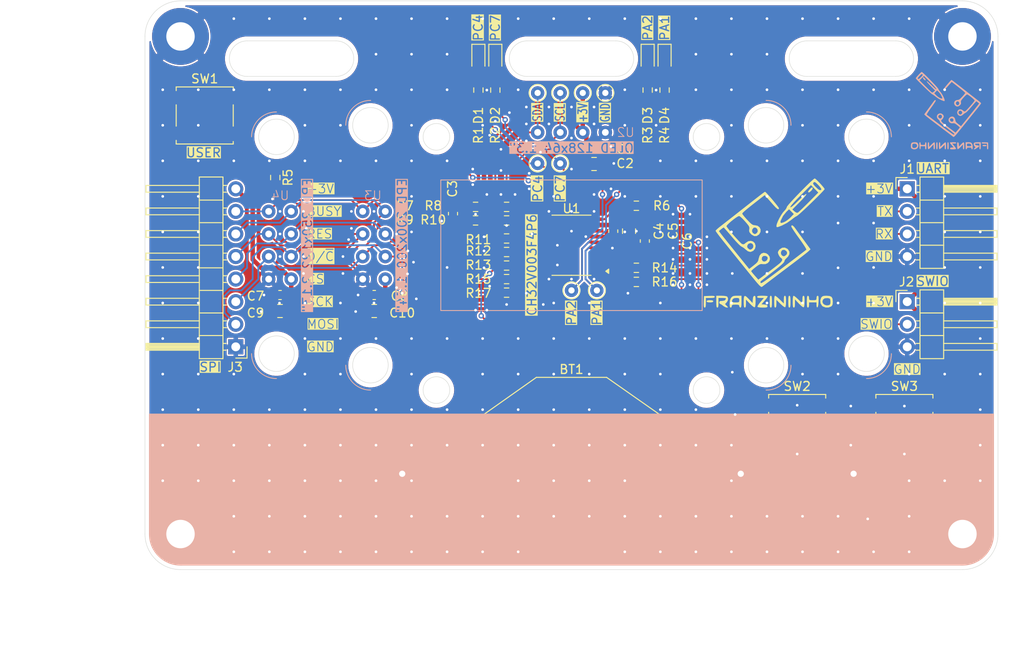
<source format=kicad_pcb>
(kicad_pcb (version 20240108) (generator "pcbnew") (generator_version "8.0")
  (title_block (title "Franzininho Badge 2024") (date "2024-06-01") (rev "00") (company "Eng. André A. M. Araújo"))
  (layers (0 "F.Cu" signal) (31 "B.Cu" signal) (34 "B.Paste" user) (35 "F.Paste" user) (36 "B.SilkS" user "B.Silkscreen") (37 "F.SilkS" user "F.Silkscreen") (38 "B.Mask" user) (39 "F.Mask" user) (44 "Edge.Cuts" user))
  (net 0 "")
  (net 1 "GND")
  (net 2 "+VBAT")
  (net 3 "+3V")
  (net 4 "~{SHUTDOWN}")
  (net 5 "/LED PC4")
  (net 6 "I2C SCL")
  (net 7 "SPI SCK")
  (net 8 "SPI MOSI")
  (net 9 "EPD RES")
  (net 10 "EPD D{slash}C")
  (net 11 "EPD CS")
  (net 12 "EPD BUSY")
  (net 13 "SWIO")
  (net 14 "UART TX")
  (net 15 "UART RX")
  (net 16 "/MCU EPD  RES")
  (net 17 "/MCU EPD D{slash}~{C}")
  (net 18 "/MCU SPI ~{CS}")
  (net 19 "/MCU UART TX")
  (net 20 "/MCU I2C SDA")
  (net 21 "/MCU I2C SCL")
  (net 22 "/MCU SPI SCK")
  (net 23 "/MCU SPI MOSI")
  (net 24 "USER BUTTON")
  (net 25 "~{RESET}")
  (net 26 "I2C SDA")
  (net 27 "/MCU ~{SHUTDOWN}")
  (net 28 "/LED PC7")
  (net 29 "/LED PA2")
  (net 30 "/LED PA1")
  (net 31 "/LED POWER")
  (net 32 "/SWITCH ~{ON}")
  (net 33 "/MCU PC4")
  (net 34 "/MCU SWIO")
  (net 35 "/MCU PC7")
  (net 36 "/MCU PA1")
  (net 37 "/MCU PA2")
  (footprint "TestPoint:TestPoint_THTPad_D1.5mm_Drill0.7mm" (layer "F.Cu") (at 140.97 84.455)
    (property "Reference" "TP3" (hide yes))
    (property "Value" "+3V")
  )
  (footprint "Resistor_SMD:R_0603_1608Metric_Pad0.98x0.95mm_HandSolder" (layer "F.Cu") (at 131.1275 84.1375 90)
    (property "Reference" "R2")
    (property "Value" "1K")
  )
  (footprint "Capacitor_SMD:C_0603_1608Metric_Pad1.08x0.95mm_HandSolder" (layer "F.Cu") (at 147.955 101.12375 -90)
    (property "Reference" "C6")
    (property "Value" "100nF")
  )
  (footprint "Connector_PinHeader_2.54mm:PinHeader_1x04_P2.54mm_Horizontal" (layer "F.Cu") (at 177.4825 95.25)
    (property "Reference" "J1")
    (property "Value" "UART")
  )
  (footprint "Resistor_SMD:R_0603_1608Metric_Pad0.98x0.95mm_HandSolder" (layer "F.Cu") (at 132.3975 100.838 180)
    (property "Reference" "R11")
    (property "Value" "1K")
  )
  (footprint "LED_SMD:LED_0603_1608Metric_Pad1.05x0.95mm_HandSolder" (layer "F.Cu") (at 150.1775 80.645 -90)
    (property "Reference" "D4")
    (property "Value" "PA1")
  )
  (footprint "Resistor_SMD:R_0603_1608Metric_Pad0.98x0.95mm_HandSolder" (layer "F.Cu") (at 183.7 123.6)
    (property "Reference" "R18")
    (property "Value" "100K")
  )
  (footprint "TestPoint:TestPoint_THTPad_D1.5mm_Drill0.7mm" (layer "F.Cu") (at 135.89 84.455)
    (property "Reference" "TP1" (hide yes))
    (property "Value" "SDA")
  )
  (footprint "Connector_PinHeader_2.54mm:PinHeader_1x08_P2.54mm_Horizontal" (layer "F.Cu") (at 101.9175 113.03 180)
    (property "Reference" "J3")
    (property "Value" "SPI")
  )
  (footprint "Capacitor_SMD:C_0603_1608Metric_Pad1.08x0.95mm_HandSolder" (layer "F.Cu") (at 117.5 107.2)
    (property "Reference" "C8")
    (property "Value" "100nF")
  )
  (footprint "Resistor_SMD:R_0603_1608Metric_Pad0.98x0.95mm_HandSolder" (layer "F.Cu") (at 132.3975 106.934)
    (property "Reference" "R17")
    (property "Value" "1K")
  )
  (footprint "Resistor_SMD:R_0603_1608Metric_Pad0.98x0.95mm_HandSolder" (layer "F.Cu") (at 150.1775 84.1375 -90)
    (property "Reference" "R4")
    (property "Value" "1K")
  )
  (footprint "Battery:BatteryHolder_Keystone_3002_1x2032" (layer "F.Cu") (at 139.7 127.3175 180)
    (property "Reference" "BT1")
    (property "Value" "CR2032")
  )
  (footprint "Capacitor_SMD:C_0805_2012Metric_Pad1.18x1.45mm_HandSolder" (layer "F.Cu") (at 117.5 109 180)
    (property "Reference" "C10")
    (property "Value" "10uF")
  )
  (footprint "Capacitor_SMD:C_0603_1608Metric_Pad1.08x0.95mm_HandSolder" (layer "F.Cu") (at 126.365 98.044 -90)
    (property "Reference" "C3")
    (property "Value" "100nF")
  )
  (footprint "Resistor_SMD:R_0603_1608Metric_Pad0.98x0.95mm_HandSolder" (layer "F.Cu") (at 147.0025 97.155)
    (property "Reference" "R6")
    (property "Value" "1K")
  )
  (footprint "Resistor_SMD:R_0603_1608Metric_Pad0.98x0.95mm_HandSolder" (layer "F.Cu") (at 147.0025 104.14 180)
    (property "Reference" "R14")
    (property "Value" "1K")
  )
  (footprint "Capacitor_SMD:C_0805_2012Metric_Pad1.18x1.45mm_HandSolder" (layer "F.Cu") (at 146.177 100.0125 -90)
    (property "Reference" "C5")
    (property "Value" "10uF")
  )
  (footprint "Resistor_SMD:R_0603_1608Metric_Pad0.98x0.95mm_HandSolder" (layer "F.Cu") (at 147.0025 105.7275 180)
    (property "Reference" "R16")
    (property "Value" "1K")
  )
  (footprint "TestPoint:TestPoint_THTPad_D1.5mm_Drill0.7mm" (layer "F.Cu") (at 120.65 127.3175)
    (property "Reference" "TP9" (hide yes))
    (property "Value" "GND")
  )
  (footprint "Fiducial:Fiducial_0.75mm_Mask1.5mm" (layer "F.Cu") (at 100.7 134)
    (property "Reference" "FID2" (hide yes))
    (property "Value" "Fiducial")
  )
  (footprint "Resistor_SMD:R_0603_1608Metric_Pad0.98x0.95mm_HandSolder" (layer "F.Cu") (at 132.3975 105.41)
    (property "Reference" "R15")
    (property "Value" "1K")
  )
  (footprint "TestPoint:TestPoint_THTPad_D1.5mm_Drill0.7mm" (layer "F.Cu") (at 138.43 92.3925)
    (property "Reference" "TP6" (hide yes))
    (property "Value" "PC7")
  )
  (footprint "Capacitor_SMD:C_0805_2012Metric_Pad1.18x1.45mm_HandSolder" (layer "F.Cu") (at 106.9 109 180)
    (property "Reference" "C9")
    (property "Value" "10uF")
  )
  (footprint "TestPoint:TestPoint_THTPad_D1.5mm_Drill0.7mm" (layer "F.Cu") (at 158.75 127.3175)
    (property "Reference" "TP10" (hide yes))
    (property "Value" "+VBAT")
  )
  (footprint "Capacitor_SMD:C_0805_2012Metric_Pad1.18x1.45mm_HandSolder" (layer "F.Cu") (at 168.5925 127.9525 90)
    (property "Reference" "C11")
    (property "Value" "10uF")
  )
  (footprint "TestPoint:TestPoint_THTPad_D1.5mm_Drill0.7mm" (layer "F.Cu") (at 138.43 84.455)
    (property "Reference" "TP2" (hide yes))
    (property "Value" "SCL")
  )
  (footprint "Package_TO_SOT_SMD:SOT-23-6_Handsoldering" (layer "F.Cu") (at 165.1 127.3175)
    (property "Reference" "Q1")
    (property "Value" "SIL2308")
  )
  (footprint "Resistor_SMD:R_0603_1608Metric_Pad0.98x0.95mm_HandSolder" (layer "F.Cu") (at 132.3975 103.886)
    (property "Reference" "R13")
    (property "Value" "1K")
  )
  (footprint "LED_SMD:LED_0603_1608Metric_Pad1.05x0.95mm_HandSolder" (layer "F.Cu") (at 148.2725 80.645 -90)
    (property "Reference" "D3")
    (property "Value" "PA2")
  )
  (footprint "Resistor_SMD:R_0603_1608Metric_Pad0.98x0.95mm_HandSolder" (layer "F.Cu") (at 106.3625 93.98 -90)
    (property "Reference" "R5")
    (property "Value" "100K")
  )
  (footprint "TestPoint:TestPoint_THTPad_D1.5mm_Drill0.7mm" (layer "F.Cu") (at 143.51 84.455)
    (property "Reference" "TP4" (hide yes))
    (property "Value" "GND")
  )
  (footprint "Fiducial:Fiducial_0.75mm_Mask1.5mm" (layer "F.Cu") (at 100.7 78.1)
    (property "Reference" "FID1" (hide yes))
    (property "Value" "Fiducial")
  )
  (footprint "Resistor_SMD:R_0603_1608Metric_Pad0.98x0.95mm_HandSolder" (layer "F.Cu") (at 132.3975 102.362 180)
    (property "Reference" "R12")
    (property "Value" "1K")
  )
  (footprint "LED_SMD:LED_0603_1608Metric_Pad1.05x0.95mm_HandSolder" (layer "F.Cu") (at 131.1275 80.645 -90)
    (property "Reference" "D2")
    (property "Value" "PC7")
  )
  (footprint "Resistor_SMD:R_0603_1608Metric_Pad0.98x0.95mm_HandSolder" (layer "F.Cu") (at 148.2725 84.1375 -90)
    (property "Reference" "R3")
    (property "Value" "1K")
  )
  (footprint "Capacitor_SMD:C_0805_2012Metric_Pad1.18x1.45mm_HandSolder" (layer "F.Cu") (at 142.24 92.456)
    (property "Reference" "C2")
    (property "Value" "10uF")
  )
  (footprint "MountingHole:MountingHole_3.2mm_M3_Pad" (layer "F.Cu") (at 95.7 78.1)
    (property "Reference" "H1" (hide yes))
    (property "Value" "MountingHole_Pad")
  )
  (footprint "LED_SMD:LED_0603_1608Metric_Pad1.05x0.95mm_HandSolder" (layer "F.Cu") (at 174.3075 131.28625 90)
    (property "Reference" "D5")
    (property "Value" "POWER")
  )
  (footprint "LED_SMD:LED_0603_1608Metric_Pad1.05x0.95mm_HandSolder" (layer "F.Cu") (at 129.2225 80.645 -90)
    (property "Reference" "D1")
    (property "Value" "PC4")
  )
  (footprint "TestPoint:TestPoint_THTPad_D1.5mm_Drill0.7mm" (layer "F.Cu") (at 139.7 106.68)
    (property "Reference" "TP7" (hide yes))
    (property "Value" "PA2")
  )
  (footprint "TestPoint:TestPoint_THTPad_D1.5mm_Drill0.7mm" (layer "F.Cu") (at 135.89 92.3925)
    (property "Reference" "TP5" (hide yes))
    (property "Value" "PC4")
  )
  (footprint "Resistor_SMD:R_0603_1608Metric_Pad0.98x0.95mm_HandSolder" (layer "F.Cu") (at 161.6075 127.9525 90)
    (property "Reference" "R19")
    (property "Value" "100K")
  )
  (footprint "TestPoint:TestPoint_THTPad_D1.5mm_Drill0.7mm" (layer "F.Cu") (at 171.45 127.3175)
    (property "Reference" "TP11" (hide yes))
    (property "Value" "+3V")
  )
  (footprint "MountingHole:MountingHole_3.2mm_M3_Pad" (layer "F.Cu") (at 183.7 134.1)
    (property "Reference" "H4" (hide yes))
    (property "Value" "MountingHole_Pad")
  )
  (footprint "Resistor_SMD:R_0603_1608Metric_Pad0.98x0.95mm_HandSolder" (layer "F.Cu") (at 132.3975 97.282 180)
    (property "Reference" "R8")
    (property "Value" "1K")
  )
  (footprint "Resistor_SMD:R_0603_1608Metric_Pad0.98x0.95mm_HandSolder" (layer "F.Cu") (at 132.3975 98.806 180)
    (property "Reference" "R10")
    (property "Value" "1K")
  )
  (footprint "Resistor_SMD:R_0603_1608Metric_Pad0.98x0.95mm_HandSolder" (layer "F.Cu") (at 129.2225 84.1375 90)
    (property "Reference" "R1")
    (property "Value" "1K")
  )
  (footprint "Button_Switch_SMD:SW_Push_1P1T_NO_CK_KSC6xxJ" (layer "F.Cu") (at 165.1 121.6025)
    (property "Reference" "SW2")
    (property "Value" "ON")
  )
  (footprint "Resistor_SMD:R_0603_1608Metric_Pad0.98x0.95mm_HandSolder" (layer "F.Cu") (at 128.905 97.282 180)
    (property "Reference" "R7")
    (property "Value" "1K")
  )
  (footprint "Resistor_SMD:R_0603_1608Metric_Pad0.98x0.95mm_HandSolder" (layer "F.Cu") (at 174.3075 127.9525 90)
    (property "Reference" "R20")
    (property "Value" "1K")
  )
  (footprint "Capacitor_SMD:C_0603_1608Metric_Pad1.08x0.95mm_HandSolder" (layer "F.Cu") (at 144.399 100.0125 90)
    (property "Reference" "C4")
    (property "Value" "100nF")
  )
  (footprint "Capacitor_SMD:C_0603_1608Metric_Pad1.08x0.95mm_HandSolder" (layer "F.Cu") (at 142.24 90.678 180)
    (property "Reference" "C1")
    (property "Value" "100nF")
  )
  (footprint "Resistor_SMD:R_0603_1608Metric_Pad0.98x0.95mm_HandSolder" (layer "F.Cu") (at 128.905 98.806 180)
    (property "Reference" "R9")
    (property "Value" "1K")
  )
  (footprint "Connector_PinHeader_2.54mm:PinHeader_1x03_P2.54mm_Horizontal" (layer "F.Cu") (at 177.4825 107.95)
    (property "Reference" "J2")
    (property "Value" "SWIO")
  )
  (footprint "Package_SO:TSSOP-20_4.4x6.5mm_P0.65mm" (layer "F.Cu") (at 139.7 101.6 180)
    (property "Reference" "U1")
    (property "Value" "CH32V003F4P6")
  )
  (footprint "MountingHole:MountingHole_3.2mm_M3_Pad" (layer "F.Cu") (at 95.7 134.1)
    (property "Reference" "H3" (hide yes))
    (property "Value" "MountingHole_Pad")
  )
  (footprint "MountingHole:MountingHole_3.2mm_M3_Pad" (layer "F.Cu") (at 183.7 78.1)
    (property "Reference" "H2" (hide yes))
    (property "Value" "MountingHole_Pad")
  )
  (footprint "Button_Switch_SMD:SW_Push_1P1T_NO_CK_KSC6xxJ" (layer "F.Cu") (at 98.425 86.995)
    (property "Reference" "SW1")
    (property "Value" "USER")
  )
  (footprint "Capacitor_SMD:C_0603_1608Metric_Pad1.08x0.95mm_HandSolder" (layer "F.Cu") (at 106.9 107.2)
    (property "Reference" "C7")
    (property "Value" "100nF")
  )
  (footprint "Fiducial:Fiducial_0.75mm_Mask1.5mm" (layer "F.Cu") (at 178.7 134)
    (property "Reference" "FID3" (hide yes))
    (property "Value" "Fiducial")
  )
  (footprint "TestPoint:TestPoint_THTPad_D1.5mm_Drill0.7mm" (layer "F.Cu") (at 142.5575 106.68)
    (property "Reference" "TP8" (hide yes))
    (property "Value" "PA1")
  )
  (footprint "LOGO" (layer "F.Cu") (at 161.925 101.6)
    (property "Reference" "G***" (hide yes))
    (property "Value" "LOGO" (hide yes))
  )
  (footprint "Button_Switch_SMD:SW_Push_1P1T_NO_CK_KSC6xxJ" (layer "F.Cu") (at 177.165 121.6025)
    (property "Reference" "SW3")
    (property "Value" "RESET")
  )
  (footprint "Franzininho-Badge:EPAPER_1.54in_200x200" (layer "B.Cu") (at 139.7 101.6 180)
    (property "Reference" "U3")
    (property "Value" "EPD 200x200 1.54\"")
    (fp_circle (center 22.625 13.5) (end 24.625 13.5) (stroke (width 0.05)) (fill none) (layer "Edge.Cuts"))
    (fp_circle (center 22.625 -13.5) (end 24.625 -13.5) (stroke (width 0.05)) (fill none) (layer "Edge.Cuts"))
    (fp_circle (center -21.895 13.5) (end -19.895 13.5) (stroke (width 0.05)) (fill none) (layer "Edge.Cuts"))
    (fp_circle (center -21.895 -13.5) (end -19.895 -13.5) (stroke (width 0.05)) (fill none) (layer "Edge.Cuts"))
  )
  (footprint "Franzininho-Badge:OLED 128x64 1.3in" (layer "B.Cu") (at 139.7 88.9 180)
    (property "Reference" "U2")
    (property "Value" "OLED 128x64 1.3\"")
    (fp_circle (center 15.2 -0.5) (end 16.7 -0.5) (stroke (width 0.05)) (fill none) (layer "Edge.Cuts"))
    (fp_circle (center 15.2 -29) (end 16.7 -29) (stroke (width 0.05)) (fill none) (layer "Edge.Cuts"))
    (fp_circle (center -15.2 -0.5) (end -13.7 -0.5) (stroke (width 0.05)) (fill none) (layer "Edge.Cuts"))
    (fp_circle (center -15.2 -29) (end -13.7 -29) (stroke (width 0.05)) (fill none) (layer "Edge.Cuts"))
  )
  (footprint "LOGO" (layer "B.Cu") (at 182.2 86.6 180)
    (property "Reference" "G***" (hide yes))
    (property "Value" "LOGO" (hide yes))
  )
  (footprint "Franzininho-Badge:EPAPER_2.13in_250x122" (layer "B.Cu") (at 139.7 101.6 180)
    (property "Reference" "U4")
    (property "Value" "EPD 250x122 2.13\"")
    (fp_circle (center 33.2 12.2) (end 35.2 12.2) (stroke (width 0.05)) (fill none) (layer "Edge.Cuts"))
    (fp_circle (center 33.2 -12.2) (end 35.2 -12.2) (stroke (width 0.05)) (fill none) (layer "Edge.Cuts"))
    (fp_circle (center -33.2 12.2) (end -31.2 12.2) (stroke (width 0.05)) (fill none) (layer "Edge.Cuts"))
    (fp_circle (center -33.2 -12.2) (end -31.2 -12.2) (stroke (width 0.05)) (fill none) (layer "Edge.Cuts"))
  )
  (gr_rect (start 92.2 120.6) (end 187.2 134.1) (stroke (width 0.1)) (fill solid) (layer "B.SilkS"))
  (gr_circle (center 95.7 134.1) (end 99.2 134.1) (stroke (width 0.1)) (fill solid) (layer "B.SilkS"))
  (gr_rect (start 95.7 130.6) (end 183.7 137.6) (stroke (width 0.1)) (fill solid) (layer "B.SilkS"))
  (gr_circle (center 183.7 134.1) (end 187.2 134.1) (stroke (width 0.1)) (fill solid) (layer "B.SilkS"))
  (gr_arc (start 187.7 134.1) (mid 186.528427 136.928427) (end 183.7 138.1) (stroke (width 0.05)) (layer "Edge.Cuts"))
  (gr_arc (start 95.7 138.1) (mid 92.871573 136.928427) (end 91.7 134.1) (stroke (width 0.05)) (layer "Edge.Cuts"))
  (gr_arc (start 176.2 78.6) (mid 178.2 80.6) (end 176.2 82.6) (stroke (width 0.05)) (layer "Edge.Cuts"))
  (gr_arc (start 91.7 78.1) (mid 92.871573 75.271573) (end 95.7 74.1) (stroke (width 0.05)) (layer "Edge.Cuts"))
  (gr_arc (start 144.7 78.6) (mid 146.7 80.6) (end 144.7 82.6) (stroke (width 0.05)) (layer "Edge.Cuts"))
  (gr_line (start 103.2 78.6) (end 113.2 78.6) (stroke (width 0.05)) (layer "Edge.Cuts"))
  (gr_line (start 166.2 82.6) (end 176.2 82.6) (stroke (width 0.05)) (layer "Edge.Cuts"))
  (gr_arc (start 134.7 82.6) (mid 132.7 80.6) (end 134.7 78.6) (stroke (width 0.05)) (layer "Edge.Cuts"))
  (gr_line (start 91.7 134.1) (end 91.7 78.1) (stroke (width 0.05)) (layer "Edge.Cuts"))
  (gr_line (start 134.7 78.6) (end 144.7 78.6) (stroke (width 0.05)) (layer "Edge.Cuts"))
  (gr_arc (start 103.2 82.6) (mid 101.2 80.6) (end 103.2 78.6) (stroke (width 0.05)) (layer "Edge.Cuts"))
  (gr_line (start 166.2 78.6) (end 176.2 78.6) (stroke (width 0.05)) (layer "Edge.Cuts"))
  (gr_line (start 103.2 82.6) (end 113.2 82.6) (stroke (width 0.05)) (layer "Edge.Cuts"))
  (gr_line (start 134.7 82.6) (end 144.7 82.6) (stroke (width 0.05)) (layer "Edge.Cuts"))
  (gr_line (start 183.7 138.1) (end 95.7 138.1) (stroke (width 0.05)) (layer "Edge.Cuts"))
  (gr_arc (start 183.7 74.1) (mid 186.528427 75.271573) (end 187.7 78.1) (stroke (width 0.05)) (layer "Edge.Cuts"))
  (gr_line (start 95.7 74.1) (end 183.7 74.1) (stroke (width 0.05)) (layer "Edge.Cuts"))
  (gr_arc (start 113.2 78.6) (mid 115.2 80.6) (end 113.2 82.6) (stroke (width 0.05)) (layer "Edge.Cuts"))
  (gr_line (start 187.7 78.1) (end 187.7 134.1) (stroke (width 0.05)) (layer "Edge.Cuts"))
  (gr_arc (start 166.2 82.6) (mid 164.2 80.6) (end 166.2 78.6) (stroke (width 0.05)) (layer "Edge.Cuts"))
  (gr_text "GND\n" (at 109.855 113.03 0) (layer "F.SilkS" knockout) (effects (font (size 1 1) (thickness 0.1)) (justify left)))
  (gr_text "RX" (at 175.895 100.33 0) (layer "F.SilkS" knockout) (effects (font (size 1 1) (thickness 0.1)) (justify right)))
  (gr_text "BADGE 2024 \nREV. 00 2024.06.01\nEng. André A. M. Araújo" (at 102.87 136.525 0) (layer "F.SilkS") (effects (font (size 1 1) (thickness 0.2) (bold yes)) (justify left bottom)))
  (gr_text "GND\n" (at 175.895 115.57 0) (layer "F.SilkS" knockout) (effects (font (size 1 1) (thickness 0.1)) (justify left)))
  (gr_text "MOSI" (at 109.855 110.49 0) (layer "F.SilkS" knockout) (effects (font (size 1 1) (thickness 0.1)) (justify left)))
  (gr_text "GND\n" (at 175.895 102.87 0) (layer "F.SilkS" knockout) (effects (font (size 1 1) (thickness 0.1)) (justify right)))
  (gr_text "D/~{C}" (at 109.855 102.87 0) (layer "F.SilkS" knockout) (effects (font (size 1 1) (thickness 0.1)) (justify left)))
  (gr_text "BUSY" (at 109.855 97.79 0) (layer "F.SilkS" knockout) (effects (font (size 1 1) (thickness 0.1)) (justify left)))
  (gr_text "TX" (at 175.895 97.79 0) (layer "F.SilkS" knockout) (effects (font (size 1 1) (thickness 0.1)) (justify right)))
  (gr_text "SCK" (at 109.855 107.95 0) (layer "F.SilkS" knockout) (effects (font (size 1 1) (thickness 0.1)) (justify left)))
  (gr_text "SWIO" (at 175.895 110.49 0) (layer "F.SilkS" knockout) (effects (font (size 1 1) (thickness 0.1)) (justify right)))
  (gr_text "+3V" (at 109.855 95.25 0) (layer "F.SilkS" knockout) (effects (font (size 1 1) (thickness 0.1)) (justify left)))
  (gr_text "CS" (at 109.855 105.41 0) (layer "F.SilkS" knockout) (effects (font (size 1 1) (thickness 0.1)) (justify left)))
  (gr_text "RES" (at 109.855 100.33 0) (layer "F.SilkS" knockout) (effects (font (size 1 1) (thickness 0.1)) (justify left)))
  (gr_text "+3V" (at 175.895 95.25 0) (layer "F.SilkS" knockout) (effects (font (size 1 1) (thickness 0.1)) (justify right)))
  (gr_text "+3V" (at 175.895 107.95 0) (layer "F.SilkS" knockout) (effects (font (size 1 1) (thickness 0.1)) (justify right)))
  (segment (start 143.2775 92.456) (end 143.129 92.3075) (width 0.25) (layer "F.Cu") (net 1))
  (segment (start 125.1265 98.9065) (end 126.365 98.9065) (width 0.25) (layer "F.Cu") (net 1))
  (segment (start 105.8625 107.375) (end 106.0375 107.2) (width 0.25) (layer "F.Cu") (net 1))
  (segment (start 116.4625 107.375) (end 116.6375 107.2) (width 0.25) (layer "F.Cu") (net 1))
  (segment (start 141.31 100.625) (end 142.5625 100.625) (width 0.25) (layer "F.Cu") (net 1))
  (segment (start 116.6375 108.825) (end 116.4625 109) (width 0.25) (layer "F.Cu") (net 1))
  (segment (start 144.399 100.875) (end 146.002 100.875) (width 0.25) (layer "F.Cu") (net 1))
  (segment (start 144.149 100.625) (end 144.399 100.875) (width 0.25) (layer "F.Cu") (net 1))
  (segment (start 168 119.6025) (end 162.2 119.6025) (width 0.25) (layer "F.Cu") (net 1))
  (segment (start 146.002 100.875) (end 146.177 101.05) (width 0.25) (layer "F.Cu") (net 1))
  (segment (start 125.095 98.875) (end 125.1265 98.9065) (width 0.25) (layer "F.Cu") (net 1))
  (segment (start 148.045 100.33) (end 147.955 100.42) (width 0.25) (layer "F.Cu") (net 1))
  (segment (start 143.129 90.7045) (end 143.1025 90.678) (width 0.25) (layer "F.Cu") (net 1))
  (via (at 113.7 132.1) (size 0.6) (drill 0.3) (layers "F.Cu" "B.Cu") (net 1))
  (via (at 185.7 116.1) (size 0.6) (drill 0.3) (layers "F.Cu" "B.Cu") (net 1))
  (via (at 132.3975 99.3775) (size 0.6) (drill 0.3) (layers "F.Cu" "B.Cu") (net 1))
  (via (at 134.62 87.9475) (size 0.6) (drill 0.3) (layers "F.Cu" "B.Cu") (net 1))
  (via (at 141.7 112.1) (size 0.6) (drill 0.3) (layers "F.Cu" "B.Cu") (net 1))
  (via (at 157.7 132.1) (size 0.6) (drill 0.3) (layers "F.Cu" "B.Cu") (net 1))
  (via (at 106.897997 102.87) (size 0.6) (drill 0.3) (layers "F.Cu" "B.Cu") (net 1))
  (via (at 173.7 84.1) (size 0.6) (drill 0.3) (layers "F.Cu" "B.Cu") (net 1))
  (via (at 185.7 120.1) (size 0.6) (drill 0.3) (layers "F.Cu" "B.Cu") (net 1))
  (via (at 169.7 116.1) (size 0.6) (drill 0.3) (layers "F.Cu" "B.Cu") (net 1))
  (via (at 161.7 100.1) (size 0.6) (drill 0.3) (layers "F.Cu" "B.Cu") (net 1))
  (via (at 185.7 108.1) (size 0.6) (drill 0.3) (layers "F.Cu" "B.Cu") (net 1))
  (via (at 169.7 136.1) (size 0.6) (drill 0.3) (layers "F.Cu" "B.Cu") (net 1))
  (via (at 177.165 125.095) (size 0.6) (drill 0.3) (layers "F.Cu" "B.Cu") (net 1))
  (via (at 97.7 108.1) (size 0.6) (drill 0.3) (layers "F.Cu" "B.Cu") (net 1))
  (via (at 133.7 112.1) (size 0.6) (drill 0.3) (layers "F.Cu" "B.Cu") (net 1))
  (via (at 101.7 132.1) (size 0.6) (drill 0.3) (layers "F.Cu" "B.Cu") (net 1))
  (via (at 133.7 120.1) (size 0.6) (drill 0.3) (layers "F.Cu" "B.Cu") (net 1))
  (via (at 121.7 84.1) (size 0.6) (drill 0.3) (layers "F.Cu" "B.Cu") (net 1))
  (via (at 157.7 76.1) (size 0.6) (drill 0.3) (layers "F.Cu" "B.Cu") (net 1))
  (via (at 121.7 116.1) (size 0.6) (drill 0.3) (layers "F.Cu" "B.Cu") (net 1))
  (via (at 113.7 120.1) (size 0.6) (drill 0.3) (layers "F.Cu" "B.Cu") (net 1))
  (via (at 145.7 84.1) (size 0.6) (drill 0.3) (layers "F.Cu" "B.Cu") (net 1))
  (via (at 144.30375 101.9175) (size 0.6) (drill 0.3) (layers "F.Cu" "B.Cu") (net 1))
  (via (at 101.7 76.1) (size 0.6) (drill 0.3) (layers "F.Cu" "B.Cu") (net 1))
  (via (at 185.7 112.1) (size 0.6) (drill 0.3) (layers "F.Cu" "B.Cu") (net 1))
  (via (at 97.7 128.1) (size 0.6) (drill 0.3) (layers "F.Cu" "B.Cu") (net 1))
  (via (at 93.7 128.1) (size 0.6) (drill 0.3) (layers "F.Cu" "B.Cu") (net 1))
  (via (at 145.7 112.1) (size 0.6) (drill 0.3) (layers "F.Cu" "B.Cu") (net 1))
  (via (at 153.7 96.1) (size 0.6) (drill 0.3) (layers "F.Cu" "B.Cu") (net 1))
  (via (at 109.7 76.1) (size 0.6) (drill 0.3) (layers "F.Cu" "B.Cu") (net 1))
  (via (at 125.7 92.1) (size 0.6) (drill 0.3) (layers "F.Cu" "B.Cu") (net 1))
  (via (at 93.7 100.1) (size 0.6) (drill 0.3) (layers "F.Cu" "B.Cu") (net 1))
  (via (at 157.7 128.1) (size 0.6) (drill 0.3) (layers "F.Cu" "B.Cu") (net 1))
  (via (at 173.7 108.1) (size 0.6) (drill 0.3) (layers "F.Cu" "B.Cu") (net 1))
  (via (at 157.7 108.1) (size 0.6) (drill 0.3) (layers "F.Cu" "B.Cu") (net 1))
  (via (at 130.4925 106.20375) (size 0.6) (drill 0.3) (layers "F.Cu" "B.Cu") (net 1))
  (via (at 132.715 86.6775) (size 0.6) (drill 0.3) (layers "F.Cu" "B.Cu") (net 1))
  (via (at 97.7 116.1) (size 0.6) (drill 0.3) (layers "F.Cu" "B.Cu") (net 1))
  (via (at 185.7 96.1) (size 0.6) (drill 0.3) (layers "F.Cu" "B.Cu") (net 1))
  (via (at 121.7 128.1) (size 0.6) (drill 0.3) (layers "F.Cu" "B.Cu") (net 1))
  (via (at 141.7 76.1) (size 0.6) (drill 0.3) (layers "F.Cu" "B.Cu") (net 1))
  (via (at 135.255 100.33) (size 0.6) (drill 0.3) (layers "F.Cu" "B.Cu") (net 1))
  (via (at 125.7 124.1) (size 0.6) (drill 0.3) (layers "F.Cu" "B.Cu") (net 1))
  (via (at 109.7 92.1) (size 0.6) (drill 0.3) (layers "F.Cu" "B.Cu") (net 1))
  (via (at 113.7 128.1) (size 0.6) (drill 0.3) (layers "F.Cu" "B.Cu") (net 1))
  (via (at 101.7 120.1) (size 0.6) (drill 0.3) (layers "F.Cu" "B.Cu") (net 1))
  (via (at 121.7 92.1) (size 0.6) (drill 0.3) (layers "F.Cu" "B.Cu") (net 1))
  (via (at 105.7 132.1) (size 0.6) (drill 0.3) (layers "F.Cu" "B.Cu") (net 1))
  (via (at 121.285 102.235) (size 0.6) (drill 0.3) (layers "F.Cu" "B.Cu") (net 1))
  (via (at 181.7 92.1) (size 0.6) (drill 0.3) (layers "F.Cu" "B.Cu") (net 1))
  (via (at 106.83875 108.10875) (size 0.6) (drill 0.3) (layers "F.Cu" "B.Cu") (net 1))
  (via (at 181.7 108.1) (size 0.6) (drill 0.3) (layers "F.Cu" "B.Cu") (net 1))
  (via (at 144.4625 92.3925) (size 0.6) (drill 0.3) (layers "F.Cu" "B.Cu") (net 1))
  (via (at 161.7 112.1) (size 0.6) (drill 0.3) (layers "F.Cu" "B.Cu") (net 1))
  (via (at 133.7 136.1) (size 0.6) (drill 0.3) (layers "F.Cu" "B.Cu") (net 1))
  (via (at 153.7 84.1) (size 0.6) (drill 0.3) (layers "F.Cu" "B.Cu") (net 1))
  (via (at 101.7 84.1) (size 0.6) (drill 0.3) (layers "F.Cu" "B.Cu") (net 1))
  (via (at 165.7 96.1) (size 0.6) (drill 0.3) (layers "F.Cu" "B.Cu") (net 1))
  (via (at 133.35 95.885) (size 0.6) (drill 0.3) (layers "F.Cu" "B.Cu") (net 1))
  (via (at 145.7 76.1) (size 0.6) (drill 0.3) (layers "F.Cu" "B.Cu") (net 1))
  (via (at 146.05 106.9975) (size 0.6) (drill 0.3) (layers "F.Cu" "B.Cu") (net 1))
  (via (at 109.7 108.1) (size 0.6) (drill 0.3) (layers "F.Cu" "B.Cu") (net 1))
  (via (at 153.7 124.1) (size 0.6) (drill 0.3) (layers "F.Cu" "B.Cu") (net 1))
  (via (at 145.7 124.1) (size 0.6) (drill 0.3) (layers "F.Cu" "B.Cu") (net 1))
  (via (at 165.7 116.1) (size 0.6) (drill 0.3) (layers "F.Cu" "B.Cu") (net 1))
  (via (at 151.13 100.6475) (size 0.6) (drill 0.3) (layers "F.Cu" "B.Cu") (net 1))
  (via (at 158.115 120.65) (size 0.6) (drill 0.3) (layers "F.Cu" "B.Cu") (net 1))
  (via (at 141.7 128.1) (size 0.6) (drill 0.3) (layers "F.Cu" "B.Cu") (net 1))
  (via (at 161.7 76.1) (size 0.6) (drill 0.3) (layers "F.Cu" "B.Cu") (net 1))
  (via (at 105.7 136.1) (size 0.6) (drill 0.3) (layers "F.Cu" "B.Cu") (net 1))
  (via (at 128.905 98.1075) (size 0.6) (drill 0.3) (layers "F.Cu" "B.Cu") (net 1))
  (via (at 139.7 97.79) (size 0.6) (drill 0.3) (layers "F.Cu" "B.Cu") (net 1))
  (via (at 117.7 128.1) (size 0.6) (drill 0.3) (layers "F.Cu" "B.Cu") (net 1))
  (via (at 169.7 104.14) (size 0.6) (drill 0.3) (layers "F.Cu" "B.Cu") (net 1))
  (via (at 113.7 84.1) (size 0.6) (drill 0.3) (layers "F.Cu" "B.Cu") (net 1))
  (via (at 177.165 119.6975) (size 0.6) (drill 0.3) (layers "F.Cu" "B.Cu") (net 1))
  (via (at 139.7 89.535) (size 0.6) (drill 0.3) (layers "F.Cu" "B.Cu") (net 1))
  (via (at 157.7975 115.8875) (size 0.6) (drill 0.3) (layers "F.Cu" "B.Cu") (net 1))
  (via (at 153.7 80.1) (size 0.6) (drill 0.3) (layers "F.Cu" "B.Cu") (net 1))
  (via (at 141.7 120.1) (size 0.6) (drill 0.3) (layers "F.Cu" "B.Cu") (net 1))
  (via (at 106.897997 97.79) (size 0.6) (drill 0.3) (layers "F.Cu" "B.Cu") (net 1))
  (via (at 121.7 120.1) (size 0.6) (drill 0.3) (layers "F.Cu" "B.Cu") (net 1))
  (via (at 121.7 88.1) (size 0.6) (drill 0.3) (layers "F.Cu" "B.Cu") (net 1))
  (via (at 120.015 106.3625) (size 0.6) (drill 0.3) (layers "F.Cu" "B.Cu") (net 1))
  (via (at 113.7 136.1) (size 0.6) (drill 0.3) (layers "F.Cu" "B.Cu") (net 1))
  (via (at 137.7 96.1) (size 0.6) (drill 0.3) (layers "F.Cu" "B.Cu") (net 1))
  (via (at 128.5875 94.780003) (size 0.6) (drill 0.3) (layers "F.Cu" "B.Cu") (net 1))
  (via (at 133.7 124.1) (size 0.6) (drill 0.3) (layers "F.Cu" "B.Cu") (net 1))
  (via (at 185.7 124.1) (size 0.6) (drill 0.3) (layers "F.Cu" "B.Cu") (net 1))
  (via (at 137.7 120.1) (size 0.6) (drill 0.3) (layers "F.Cu" "B.Cu") (net 1))
  (via (at 106.897997 100.33) (size 0.6) (drill 0.3) (layers "F.Cu" "B.Cu") (net 1))
  (via (at 173.7 92.1) (size 0.6) (drill 0.3) (layers "F.Cu" "B.Cu") (net 1))
  (via (at 177.7 92.1) (size 0.6) (drill 0.3) (layers "F.Cu" "B.Cu") (net 1))
  (via (at 109.7 120.1) (size 0.6) (drill 0.3) (layers "F.Cu" "B.Cu") (net 1))
  (via (at 165.7 108.1) (size 0.6) (drill 0.3) (layers "F.Cu" "B.Cu") (net 1))
  (via (at 169.7 108.1) (size 0.6) (drill 0.3) (layers "F.Cu" "B.Cu") (net 1))
  (via (at 151.13 98.1075) (size 0.6) (drill 0.3) (layers "F.Cu" "B.Cu") (net 1))
  (via (at 157.7975 104.775) (size 0.6) (drill 0.3) (layers "F.Cu" "B.Cu") (net 1))
  (via (at 165.7 136.1) (size 0.6) (drill 0.3) (layers "F.Cu" "B.Cu") (net 1))
  (via (at 121.7 136.1) (size 0.6) (drill 0.3) (layers "F.Cu" "B.Cu") (net 1))
  (via (at 121.92 103.505) (size 0.6) (drill 0.3) (layers "F.Cu" "B.Cu") (net 1))
  (via (at 142.24 86.0425) (size 0.6) (drill 0.3) (layers "F.Cu" "B.Cu") (net 1))
  (via (at 151.13 101.9175) (size 0.6) (drill 0.3) (layers "F.Cu" "B.Cu") (net 1))
  (via (at 134.62 89.8525) (size 0.6) (drill 0.3) (layers "F.Cu" "B.Cu") (net 1))
  (via (at 125.7 132.1) (size 0.6) (drill 0.3) (layers "F.Cu" "B.Cu") (net 1))
  (via (at 149.7 136.1) (size 0.6) (drill 0.3) (layers "F.Cu" "B.Cu") (net 1))
  (via (at 181.7 88.1) (size 0.6) (drill 0.3) (layers "F.Cu" "B.Cu") (net 1))
  (via (at 134.9375 95.25) (size 0.6) (drill 0.3) (layers "F.Cu" "B.Cu") (net 1))
  (via (at 185.7 100.1) (size 0.6) (drill 0.3) (layers "F.Cu" "B.Cu") (net 1))
  (via (at 137.7 112.1) (size 0.6) (drill 0.3) (layers "F.Cu" "B.Cu") (net 1))
  (via (at 169.7 92.1) (size 0.6) (drill 0.3) (layers "F.Cu" "B.Cu") (net 1))
  (via (at 133.7 76.1) (size 0.6) (drill 0.3) (layers "F.Cu" "B.Cu") (net 1))
  (via (at 139.7 93.0275) (size 0.6) (drill 0.3) (layers "F.Cu" "B.Cu") (net 1))
  (via (at 161.7 80.1) (size 0.6) (drill 0.3) (layers "F.Cu" "B.Cu") (net 1))
  (via (at 97.7 104.1) (size 0.6) (drill 0.3) (layers "F.Cu" "B.Cu") (net 1))
  (via (at 153.7 112.1) (size 0.6) (drill 0.3) (layers "F.Cu" "B.Cu") (net 1))
  (via (at 129.7 116.1) (size 0.6) (drill 0.3) (layers "F.Cu" "B.Cu") (net 1))
  (via (at 139.7 86.0425) (size 0.6) (drill 0.3) (layers "F.Cu" "B.Cu") (net 1))
  (via (at 125.7 84.1) (size 0.6) (drill 0.3) (layers "F.Cu" "B.Cu") (net 1))
  (via (at 117.7 132.1) (size 0.6) (drill 0.3) (layers "F.Cu" "B.Cu") (net 1))
  (via (at 165.1 125.095) (size 0.6) (drill 0.3) (layers "F.Cu" "B.Cu") (net 1))
  (via (at 113.7 124.1) (size 0.6) (drill 0.3) (layers "F.Cu" "B.Cu") (net 1))
  (via (at 109.7 128.1) (size 0.6) (drill 0.3) (layers "F.Cu" "B.Cu") (net 1))
  (via (at 97.7 124.1) (size 0.6) (drill 0.3) (layers "F.Cu" "B.Cu") (net 1))
  (via (at 131.7625 95.885) (size 0.6) (drill 0.3) (layers "F.Cu" "B.Cu") (net 1))
  (via (at 97.7 92.1) (size 0.6) (drill 0.3) (layers "F.Cu" "B.Cu") (net 1))
  (via (at 133.7 132.1) (size 0.6) (drill 0.3) (layers "F.Cu" "B.Cu") (net 1))
  (via (at 125.095 98.875) (size 0.6) (drill 0.3) (layers "F.Cu" "B.Cu") (net 1))
  (via (at 177.7 76.1) (size 0.6) (drill 0.3) (layers "F.Cu" "B.Cu") (net 1))
  (via (at 177.7 128.1) (size 0.6) (drill 0.3) (layers "F.Cu" "B.Cu") (net 1))
  (via (at 185.7 128.1) (size 0.6) (drill 0.3) (layers "F.Cu" "B.Cu") (net 1))
  (via (at 153.7 92.1) (size 0.6) (drill 0.3) (layers "F.Cu" "B.Cu") (net 1))
  (via (at 177.7 88.1) (size 0.6) (drill 0.3) (layers "F.Cu" "B.Cu") (net 1))
  (via (at 93.7 88.1) (size 0.6) (drill 0.3) (layers "F.Cu" "B.Cu") (net 1))
  (via (at 121.7 96.1) (size 0.6) (drill 0.3) (layers "F.Cu" "B.Cu") (net 1))
  (via (at 128.5875 93.0275) (size 0.6) (drill 0.3) (layers "F.Cu" "B.Cu") (net 1))
  (via (at 141.7 132.1) (size 0.6) (drill 0.3) (layers "F.Cu" "B.Cu") (net 1))
  (via (at 153.035 98.1075) (size 0.6) (drill 0.3) (layers "F.Cu" "B.Cu") (net 1))
  (via (at 153.035 106.045) (size 0.6) (drill 0.3) (layers "F.Cu" "B.Cu") (net 1))
  (via (at 109.855 99.695) (size 0.6) (drill 0.3) (layers "F.Cu" "B.Cu") (net 1))
  (via (at 97.7 96.1) (size 0.6) (drill 0.3) (layers "F.Cu" "B.Cu") (net 1))
  (via (at 137.7 124.1) (size 0.6) (drill 0.3) (layers "F.Cu" "B.Cu") (net 1))
  (via (at 165.7 92.1) (size 0.6) (drill 0.3) (layers "F.Cu" "B.Cu") (net 1))
  (via (at 114.935 99.7) (size 0.6) (drill 0.3) (layers "F.Cu" "B.Cu") (net 1))
  (via (at 149.7 100.1) (size 0.6) (drill 0.3) (layers "F.Cu" "B.Cu") (net 1))
  (via (at 157.7 124.1) (size 0.6) (drill 0.3) (layers "F.Cu" "B.Cu") (net 1))
  (via (at 113.9825 102.87) (size 0.6) (drill 0.3) (layers "F.Cu" "B.Cu") (net 1))
  (via (at 137.16 87.9475) (size 0.6) (drill 0.3) (layers "F.Cu" "B.Cu") (net 1))
  (via (at 169.7 112.1) (size 0.6) (drill 0.3) (layers "F.Cu" "B.Cu") (net 1))
  (via (at 121.7 132.1) (size 0.6) (drill 0.3) (layers "F.Cu" "B.Cu") (net 1))
  (via (at 137.7 132.1) (size 0.6) (drill 0.3) (layers "F.Cu" "B.Cu") (net 1))
  (via (at 113.7 88.1) (size 0.6) (drill 0.3) (layers "F.Cu" "B.Cu") (net 1))
  (via (at 153.7 132.1) (size 0.6) (drill 0.3) (layers "F.Cu" "B.Cu") (net 1))
  (via (at 161.7 84.1) (size 0.6) (drill 0.3) (layers "F.Cu" "B.Cu") (net 1))
  (via (at 132.3975 108.2675) (size 0.6) (drill 0.3) (layers "F.Cu" "B.Cu") (net 1))
  (via (at 136.2075 91.1225) (size 0.6) (drill 0.3) (layers "F.Cu" "B.Cu") (net 1))
  (via (at 114.935 97.79) (size 0.6) (drill 0.3) (layers "F.Cu" "B.Cu") (net 1))
  (via (at 106.045 96.391235) (size 0.6) (drill 0.3) (layers "F.Cu" "B.Cu") (net 1))
  (via (at 145.7 100.1) (size 0.6) (drill 0.3) (layers "F.Cu" "B.Cu") (net 1))
  (via (at 153.035 103.1875) (size 0.6) (drill 0.3) (layers "F.Cu" "B.Cu") (net 1))
  (via (at 120.015 100.33) (size 0.6) (drill 0.3) (layers "F.Cu" "B.Cu") (net 1))
  (via (at 154.94 101.9175) (size 0.6) (drill 0.3) (layers "F.Cu" "B.Cu") (net 1))
  (via (at 145.7 136.1) (size 0.6) (drill 0.3) (layers "F.Cu" "B.Cu") (net 1))
  (via (at 153.035 104.775) (size 0.6) (drill 0.3) (layers "F.Cu" "B.Cu") (net 1))
  (via (at 157.7 84.1) (size 0.6) (drill 0.3) (layers "F.Cu" "B.Cu") (net 1))
  (via (at 109.5375 97.79) (size 0.6) (drill 0.3) (layers "F.Cu" "B.Cu") (net 1))
  (via (at 153.7 120.1) (size 0.6) (drill 0.3) (layers "F.Cu" "B.Cu") (net 1))
  (via (at 133.7 128.1) (size 0.6) (drill 0.3) (layers "F.Cu" "B.Cu") (net 1))
  (via (at 154.94 106.045) (size 0.6) (drill 0.3) (layers "F.Cu" "B.Cu") (net 1))
  (via (at 169.7 88.1) (size 0.6) (drill 0.3) (layers "F.Cu" "B.Cu") (net 1))
  (via (at 113.7 92.1) (size 0.6) (drill 0.3) (layers "F.Cu" "B.Cu") (net 1))
  (via (at 145.7 132.1) (size 0.6) (drill 0.3) (layers "F.Cu" "B.Cu") (net 1))
  (via (at 129.8575 100.6475) (size 0.6) (drill 0.3) (layers "F.Cu" "B.Cu") (net 1))
  (via (at 139.7 100.0125) (size 0.6) (drill 0.3) (layers "F.Cu" "B.Cu") (net 1))
  (via (at 109.7 112.1) (size 0.6) (drill 0.3) (layers "F.Cu" "B.Cu") (net 1))
  (via (at 141.7 108.1) (size 0.6) (drill 0.3) (layers "F.Cu" "B.Cu") (net 1))
  (via (at 145.7 128.1) (size 0.6) (drill 0.3) (layers "F.Cu" "B.Cu") (net 1))
  (via (at 137.7 108.1) (size 0.6) (drill 0.3) (layers "F.Cu" "B.Cu") (net 1))
  (via (at 129.7 112.1) (size 0.6) (drill 0.3) (layers "F.Cu" "B.Cu") (net 1))
  (via (at 125.7 76.1) (size 0.6) (drill 0.3) (layers "F.Cu" "B.Cu") (net 1))
  (via (at 129.7 124.1) (size 0.6) (drill 0.3) (layers "F.Cu" "B.Cu") (net 1))
  (via (at 185.7 104.1) (size 0.6) (drill 0.3) (layers "F.Cu" "B.Cu") (net 1))
  (via (at 142.24 87.9475) (size 0.6) (drill 0.3) (layers "F.Cu" "B.Cu") (net 1))
  (via (at 145.7 120.1) (size 0.6) (drill 0.3) (layers "F.Cu" "B.Cu") (net 1))
  (via (at 145.7 96.1) (size 0.6) (drill 0.3) (layers "F.Cu" "B.Cu") (net 1))
  (via (at 145.7 116.1) (size 0.6) (drill 0.3) (layers "F.Cu" "B.Cu") (net 1))
  (via (at 113.7 108.1) (size 0.6) (drill 0.3) (layers "F.Cu" "B.Cu") (net 1))
  (via (at 125.7 112.1) (size 0.6) (drill 0.3) (layers "F.Cu" "B.Cu") (net 1))
  (via (at 165.7 112.1) (size 0.6) (drill 0.3) (layers "F.Cu" "B.Cu") (net 1))
  (via (at 142.24 97.79) (size 0.6) (drill 0.3) (layers "F.Cu" "B.Cu") (net 1))
  (via (at 97.7 112.1) (size 0.6) (drill 0.3) (layers "F.Cu" "B.Cu") (net 1))
  (via (at 93.7 92.1) (size 0.6) (drill 0.3) (layers "F.Cu" "B.Cu") (net 1))
  (via (at 93.7 116.1) (size 0.6) (drill 0.3) (layers "F.Cu" "B.Cu") (net 1))
  (via (at 109.7 116.1) (size 0.6) (drill 0.3) (layers "F.Cu" "B.Cu") (net 1))
  (via (at 157.7 92.1) (size 0.6) (drill 0.3) (layers "F.Cu" "B.Cu") (net 1))
  (via (at 97.7 88.1) (size 0.6) (drill 0.3) (layers "F.Cu" "B.Cu") (net 1))
  (via (at 153.7 76.1) (size 0.6) (drill 0.3) (layers "F.Cu" "B.Cu") (net 1))
  (via (at 93.7 124.1) (size 0.6) (drill 0.3) (layers "F.Cu" "B.Cu") (net 1))
  (via (at 93.7 96.1) (size 0.6) (drill 0.3) (layers "F.Cu" "B.Cu") (net 1))
  (via (at 151.13 104.775) (size 0.6) (drill 0.3) (layers "F.Cu" "B.Cu") (net 1))
  (via (at 117.7 112.1) (size 0.6) (drill 0.3) (layers "F.Cu" "B.Cu") (net 1))
  (via (at 177.7 132.1) (size 0.6) (drill 0.3) (layers "F.Cu" "B.Cu") (net 1))
  (via (at 141.7 124.1) (size 0.6) (drill 0.3) (layers "F.Cu" "B.Cu") (net 1))
  (via (at 131.7625 90.805) (size 0.6) (drill 0.3) (layers "F.Cu" "B.Cu") (net 1))
  (via (at 169.7 76.1) (size 0.6) (drill 0.3) (layers "F.Cu" "B.Cu") (net 1))
  (via (at 129.7 132.1) (size 0.6) (drill 0.3) (layers "F.Cu" "B.Cu") (net 1))
  (via (at 121.7 124.1) (size 0.6) (drill 0.3) (layers "F.Cu" "B.Cu") (net 1))
  (via (at 117.475 97.79) (size 0.6) (drill 0.3) (layers "F.Cu" "B.Cu") (net 1))
  (via (at 115.685 107.2) (size 0.6) (drill 0.3) (layers "F.Cu" "B.Cu") (net 1))
  (via (at 181.7 84.1) (size 0.6) (drill 0.3) (layers "F.Cu" "B.Cu") (net 1))
  (via (at 125.7 104.1) (size 0.6) (drill 0.3) (layers "F.Cu" "B.Cu") (net 1))
  (via (at 121.25 104.825496) (size 0.6) (drill 0.3) (layers "F.Cu" "B.Cu") (net 1))
  (via (at 141.7 116.1) (size 0.6) (drill 0.3) (layers "F.Cu" "B.Cu") (net 1))
  (via (at 149.225 88.1) (size 0.6) (drill 0.3) (layers "F.Cu" "B.Cu") (net 1))
  (via (at 109.5375 102.87) (size 0.6) (drill 0.3) (layers "F.Cu" "B.Cu") (net 1))
  (via (at 169.7 96.1) (size 0.6) (drill 0.3) (layers "F.Cu" "B.Cu") (net 1))
  (via (at 131.1275 87.63) (size 0.6) (drill 0.3) (layers "F.Cu" "B.Cu") (net 1))
  (via (at 169.7 99.1) (size 0.6) (drill 0.3) (layers "F.Cu" "B.Cu") (net 1))
  (via (at 137.16 97.79) (size 0.6) (drill 0.3) (layers "F.Cu" "B.Cu") (net 1))
  (via (at 165.7 132.1) (size 0.6) (drill 0.3) (layers "F.Cu" "B.Cu") (net 1))
  (via (at 157.7 112.1) (size 0.6) (drill 0.3) (layers "F.Cu" "B.Cu") (net 1))
  (via (at 149.7 96.1) (size 0.6) (drill 0.3) (layers "F.Cu" "B.Cu") (net 1))
  (via (at 105.7 128.1) (size 0.6) (drill 0.3) (layers "F.Cu" "B.Cu") (net 1))
  (via (at 173.7 99.1) (size 0.6) (drill 0.3) (layers "F.Cu" "B.Cu") (net 1))
  (via (at 157.7 88.1) (size 0.6) (drill 0.3) (layers "F.Cu" "B.Cu") (net 1))
  (via (at 129.7 136.1) (size 0.6) (drill 0.3) (layers "F.Cu" "B.Cu") (net 1))
  (via (at 93.7 84.1) (size 0.6) (drill 0.3) (layers "F.Cu" "B.Cu") (net 1))
  (via (at 185.7 88.1) (size 0.6) (drill 0.3) (layers "F.Cu" "B.Cu") (net 1))
  (via (at 138.1125 103.8225) (size 0.6) (drill 0.3) (layers "F.Cu" "B.Cu") (net 1))
  (via (at 161.7 132.1) (size 0.6) (drill 0.3) (layers "F.Cu" "B.Cu") (net 1))
  (via (at 185.7 92.1) (size 0.6) (drill 0.3) (layers "F.Cu" "B.Cu") (net 1))
  (via (at 142.24 105.41) (size 0.6) (drill 0.3) (layers "F.Cu" "B.Cu") (net 1))
  (via (at 109.7 88.1) (size 0.6) (drill 0.3) (layers "F.Cu" "B.Cu") (net 1))
  (via (at 113.7 116.1) (size 0.6) (drill 0.3) (layers "F.Cu" "B.Cu") (net 1))
  (via (at 157.7 80.1) (size 0.6) (drill 0.3) (layers "F.Cu" "B.Cu") (net 1))
  (via (at 121.7 112.1) (size 0.6) (drill 0.3) (layers "F.Cu" "B.Cu") (net 1))
  (via (at 173.7 76.1) (size 0.6) (drill 0.3) (layers "F.Cu" "B.Cu") (net 1))
  (via (at 133.7 116.1) (size 0.6) (drill 0.3) (layers "F.Cu" "B.Cu") (net 1))
  (via (at 137.16 105.41) (size 0.6) (drill 0.3) (layers "F.Cu" "B.Cu") (net 1))
  (via (at 129.7 76.1) (size 0.6) (drill 0.3) (layers "F.Cu" "B.Cu") (net 1))
  (via (at 161.7 92.1) (size 0.6) (drill 0.3) (layers "F.Cu" "B.Cu") (net 1))
  (via (at 161.7 136.1) (size 0.6) (drill 0.3) (layers "F.Cu" "B.Cu") (net 1))
  (via (at 145.7 88.1) (size 0.6) (drill 0.3) (layers "F.Cu" "B.Cu") (net 1))
  (via (at 117.7 136.1) (size 0.6) (drill 0.3) (layers "F.Cu" "B.Cu") (net 1))
  (via (at 117.7 84.1) (size 0.6) (drill 0.3) (layers "F.Cu" "B.Cu") (net 1))
  (via (at 101.7 92.1) (size 0.6) (drill 0.3) (layers "F.Cu" "B.Cu") (net 1))
  (via (at 134.62 86.0425) (size 0.6) (drill 0.3) (layers "F.Cu" "B.Cu") (net 1))
  (via (at 105.7 76.1) (size 0.6) (drill 0.3) (layers "F.Cu" "B.Cu") (net 1))
  (via (at 151.13 106.045) (size 0.6) (drill 0.3) (layers "F.Cu" "B.Cu") (net 1))
  (via (at 177.7 84.1) (size 0.6) (drill 0.3) (layers "F.Cu" "B.Cu") (net 1))
  (via (at 181.7 104.1) (size 0.6) (drill 0.3) (layers "F.Cu" "B.Cu") (net 1))
  (via (at 185.7 84.1) (size 0.6) (drill 0.3) (layers "F.Cu" "B.Cu") (net 1))
  (via (at 117.7 92.1) (size 0.6) (drill 0.3) (layers "F.Cu" "B.Cu") (net 1))
  (via (at 141.31 100.625) (size 0.6) (drill 0.3) (layers "F.Cu" "B.Cu") (net 1))
  (via (at 149.7 108.1) (size 0.6) (drill 0.3) (layers "F.Cu" "B.Cu") (net 1))
  (via (at 154.94 104.775) (size 0.6) (drill 0.3) (layers "F.Cu" "B.Cu") (net 1))
  (via (at 109.7 124.1) (size 0.6) (drill 0.3) (layers "F.Cu" "B.Cu") (net 1))
  (via (at 173.7 136.1) (size 0.6) (drill 0.3) (layers "F.Cu" "B.Cu") (net 1))
  (via (at 117.7 80.1) (size 0.6) (drill 0.3) (layers "F.Cu" "B.Cu") (net 1))
  (via (at 117.7 124.1) (size 0.6) (drill 0.3) (layers "F.Cu" "B.Cu") (net 1))
  (via (at 117.7 120.1) (size 0.6) (drill 0.3) (layers "F.Cu" "B.Cu") (net 1))
  (via (at 93.7 104.1) (size 0.6) (drill 0.3) (layers "F.Cu" "B.Cu") (net 1))
  (via (at 130.175 95.885) (size 0.6) (drill 0.3) (layers "F.Cu" "B.Cu") (net 1))
  (via (at 138.1125 101.6) (size 0.6) (drill 0.3) (layers "F.Cu" "B.Cu") (net 1))
  (via (at 117.475 108.1) (size 0.6) (drill 0.3) (layers "F.Cu" "B.Cu") (net 1))
  (via (at 125.7 136.1) (size 0.6) (drill 0.3) (layers "F.Cu" "B.Cu") (net 1))
  (via (at 97.7 84.1) (size 0.6) (drill 0.3) (layers "F.Cu" "B.Cu") (net 1))
  (via (at 181.7 100.1) (size 0.6) (drill 0.3) (layers "F.Cu" "B.Cu") (net 1))
  (via (at 121.7 76.1) (size 0.6) (drill 0.3) (layers "F.Cu" "B.Cu") (net 1))
  (via (at 153.035 100.6475) (size 0.6) (drill 0.3) (layers "F.Cu" "B.Cu") (net 1))
  (via (at 105.7 84.1) (size 0.6) (drill 0.3) (layers "F.Cu" "B.Cu") (net 1))
  (via (at 136.525 108.2675) (size 0.6) (drill 0.3) (layers "F.Cu" "B.Cu") (net 1))
  (via (at 129.8575 104.14) (size 0.6) (drill 0.3) (layers "F.Cu" "B.Cu") (net 1))
  (via (at 165.7 88.1) (size 0.6) (drill 0.3) (layers "F.Cu" "B.Cu") (net 1))
  (via (at 177.7 116.1) (size 0.6) (drill 0.3) (layers "F.Cu" "B.Cu") (net 1))
  (via (at 149.225 84.1375) (size 0.6) (drill 0.3) (layers "F.Cu" "B.Cu") (net 1))
  (via (at 121.7 100.1) (size 0.6) (drill 0.3) (layers "F.Cu" "B.Cu") (net 1))
  (via (at 114.6175 100.965) (size 0.6) (drill 0.3) (layers "F.Cu" "B.Cu") (net 1))
  (via (at 117.7 76.1) (size 0.6) (drill 0.3) (layers "F.Cu" "B.Cu") (net 1))
  (via (at 130.175 108.9025) (size 0.6) (drill 0.3) (layers "F.Cu" "B.Cu") (net 1))
  (via (at 137.16 86.0425) (size 0.6) (drill 0.3) (layers "F.Cu" "B.Cu") (net 1))
  (via (at 157.7 136.1) (size 0.6) (drill 0.3) (layers "F.Cu" "B.Cu") (net 1))
  (via (at 169.7 132.1) (size 0.6) (drill 0.3) (layers "F.Cu" "B.Cu") (net 1))
  (via (at 113.7 112.1) (size 0.6) (drill 0.3) (layers "F.Cu" "B.Cu") (net 1))
  (via (at 173.7 104.1) (size 0.6) (drill 0.3) (layers "F.Cu" "B.Cu") (net 1))
  (via (at 109.7 136.1) (size 0.6) (drill 0.3) (layers "F.Cu" "B.Cu") (net 1))
  (via (at 109.5375 104.775) (size 0.6) (drill 0.3) (layers "F.Cu" "B.Cu") (net 1))
  (via (at 149.7 92.1) (size 0.6) (drill 0.3) (layers "F.Cu" "B.Cu") (net 1))
  (via (at 125.7 80.1) (size 0.6) (drill 0.3) (layers "F.Cu" "B.Cu") (net 1))
  (via (at 122.2375 107.6325) (size 0.6) (drill 0.3) (layers "F.Cu" "B.Cu") (net 1))
  (via (at 149.7 132.1) (size 0.6) (drill 0.3) (layers "F.Cu" "B.Cu") (net 1))
  (via (at 125.7 120.1) (size 0.6) (drill 0.3) (layers "F.Cu" "B.Cu") (net 1))
  (via (at 154.94 103.1875) (size 0.6) (drill 0.3) (layers "F.Cu" "B.Cu") (net 1))
  (via (at 149.7 124.1) (size 0.6) (drill 0.3) (layers "F.Cu" "B.Cu") (net 1))
  (via (at 165.7 84.1) (size 0.6) (drill 0.3) (layers "F.Cu" "B.Cu") (net 1))
  (via (at 109.7 84.1) (size 0.6) (drill 0.3) (layers "F.Cu" "B.Cu") (net 1))
  (via (at 144.145 90.4875) (size 0.6) (drill 0.3) (layers "F.Cu" "B.Cu") (net 1))
  (via (at 101.7 116.1) (size 0.6) (drill 0.3) (layers "F.Cu" "B.Cu") (net 1))
  (via (at 165.1 119.6025) (size 0.6) (drill 0.3) (layers "F.Cu" "B.Cu") (net 1))
  (via (at 181.7 116.1) (size 0.6) (drill 0.3) (layers "F.Cu" "B.Cu") (net 1))
  (via (at 115.41125 109.06125) (size 0.6) (drill 0.3) (layers "F.Cu" "B.Cu") (net 1))
  (via (at 101.7 124.1) (size 0.6) (drill 0.3) (layers "F.Cu" "B.Cu") (net 1))
  (via (at 109.7 132.1) (size 0.6) (drill 0.3) (layers "F.Cu" "B.Cu") (net 1))
  (via (at 144.145 95.25) (size 0.6) (drill 0.3) (layers "F.Cu" "B.Cu") (net 1))
  (via (at 101.7 128.1) (size 0.6) (drill 0.3) (layers "F.Cu" "B.Cu") (net 1))
  (via (at 128.905 108.9025) (size 0.6) (drill 0.3) (layers "F.Cu" "B.Cu") (net 1))
  (via (at 149.7 76.1) (size 0.6) (drill 0.3) (layers "F.Cu" "B.Cu") (net 1))
  (via (at 105.0925 107.2) (size 0.6) (drill 0.3) (layers "F.Cu" "B.Cu") (net 1))
  (via (at 101.7 136.1) (size 0.6) (drill 0.3) (layers "F.Cu" "B.Cu") (net 1))
  (via (at 104.775 109.06125) (size 0.6) (drill 0.3) (layers "F.Cu" "B.Cu") (net 1))
  (via (at 151.13 103.1875) (size 0.6) (drill 0.3) (layers "F.Cu" "B.Cu") (net 1))
  (via (at 181.7 128.1) (size 0.6) (drill 0.3) (layers "F.Cu" "B.Cu") (net 1))
  (via (at 149.7 120.1) (size 0.6) (drill 0.3) (layers "F.Cu" "B.Cu") (net 1))
  (via (at 147.0025 100.0125) (size 0.6) (drill 0.3) (layers "F.Cu" "B.Cu") (net 1))
  (via (at 161.7 96.1) (size 0.6) (drill 0.3) (layers "F.Cu" "B.Cu") (net 1))
  (via (at 105.7 120.1) (size 0.6) (drill 0.3) (layers "F.Cu" "B.Cu") (net 1))
  (via (at 97.7 120.1) (size 0.6) (drill 0.3) (layers "F.Cu" "B.Cu") (net 1))
  (via (at 129.7 120.1) (size 0.6) (drill 0.3) (layers "F.Cu" "B.Cu") (net 1))
  (via (at 142.24 95.885) (size 0.6) (drill 0.3) (layers "F.Cu" "B.Cu") (net 1))
  (via (at 130.4925 89.2175) (size 0.6) (drill 0.3) (layers "F.Cu" "B.Cu") (net 1))
  (via (at 165.7 100.1) (size 0.6) (drill 0.3) (layers "F.Cu" "B.Cu") (net 1))
  (via (at 139.7 105.41) (size 0.6) (drill 0.3) (layers "F.Cu" "B.Cu") (net 1))
  (via (at 121.7 80.1) (size 0.6) (drill 0.3) (layers "F.Cu" "B.Cu") (net 1))
  (via (at 149.7 112.1) (size 0.6) (drill 0.3) (layers "F.Cu" "B.Cu") (net 1))
  (via (at 171.1325 124.1) (size 0.6) (drill 0.3) (layers "F.Cu" "B.Cu") (net 1))
  (via (at 137.7 128.1) (size 0.6) (drill 0.3) (layers "F.Cu" "B.Cu") (net 1))
  (via (at 173.0375 132.3975) (size 0.6) (drill 0.3) (layers "F.Cu" "B.Cu") (net 1))
  (via (at 161.7 104.775) (size 0.6) (drill 0.3) (layers "F.Cu" "B.Cu") (net 1))
  (via (at 161.7 108.1) (size 0.6) (drill 0.3) (layers "F.Cu" "B.Cu") (net 1))
  (via (at 153.035 101.9175) (size 0.6) (drill 0.3) (layers "F.Cu" "B.Cu") (net 1))
  (via (at 177.7 136.1) (size 0.6) (drill 0.3) (layers "F.Cu" "B.Cu") (net 1))
  (via (at 165.7 104.775) (size 0.6) (drill 0.3) (layers "F.Cu" "B.Cu") (net 1))
  (via (at 133.7 84.1) (size 0.6) (drill 0.3) (layers "F.Cu" "B.Cu") (net 1))
  (via (at 93.7 120.1) (size 0.6) (drill 0.3) (layers "F.Cu" "B.Cu") (net 1))
  (via (at 113.7 76.1) (size 0.6) (drill 0.3) (layers "F.Cu" "B.Cu") (net 1))
  (via (at 173.7 96.1) (size 0.6) (drill 0.3) (layers "F.Cu" "B.Cu") (net 1))
  (via (at 129.7 88.1) (size 0.6) (drill 0.3) (layers "F.Cu" "B.Cu") (net 1))
  (via (at 105.7 92.1) (size 0.6) (drill 0.3) (layers "F.Cu" "B.Cu") (net 1))
  (via (at 113.9825 104.775) (size 0.6) (drill 0.3) (layers "F.Cu" "B.Cu") (net 1))
  (via (at 157.7 96.1) (size 0.6) (drill 0.3) (layers "F.Cu" "B.Cu") (net 1))
  (via (at 153.7 136.1) (size 0.6) (drill 0.3) (layers "F.Cu" "B.Cu") (net 1))
  (via (at 171.1325 119.6975) (size 0.6) (drill 0.3) (layers "F.Cu" "B.Cu") (net 1))
  (via (at 131.7625 93.18625) (size 0.6) (drill 0.3) (layers "F.Cu" "B.Cu") (net 1))
  (via (at 137.7 76.1) (size 0.6) (drill 0.3) (layers "F.Cu" "B.Cu") (net 1))
  (via (at 130.175 84.1375) (size 0.6) (drill 0.3) (layers "F.Cu" "B.Cu") (net 1))
  (via (at 157.7 100.1) (size 0.6) (drill 0.3) (layers "F.Cu" "B.Cu") (net 1))
  (via (at 105.7 124.1) (size 0.6) (drill 0.3) (layers "F.Cu" "B.Cu") (net 1))
  (via (at 129.8575 102.235) (size 0.6) (drill 0.3) (layers "F.Cu" "B.Cu") (net 1))
  (via (at 134.62 106.9975) (size 0.6) (drill 0.3) (layers "F.Cu" "B.Cu") (net 1))
  (via (at 97.7 100.1) (size 0.6) (drill 0.3) (layers "F.Cu" "B.Cu") (net 1))
  (via (at 93.7 108.1) (size 0.6) (drill 0.3) (layers "F.Cu" "B.Cu") (net 1))
  (via (at 93.7 112.1) (size 0.6) (drill 0.3) (layers "F.Cu" "B.Cu") (net 1))
  (via (at 134.9375 93.50375) (size 0.6) (drill 0.3) (layers "F.Cu" "B.Cu") (net 1))
  (via (at 137.7 116.1) (size 0.6) (drill 0.3) (layers "F.Cu" "B.Cu") (net 1))
  (via (at 169.7 84.1) (size 0.6) (drill 0.3) (layers "F.Cu" "B.Cu") (net 1))
  (via (at 181.7 96.1) (size 0.6) (drill 0.3) (layers "F.Cu" "B.Cu") (net 1))
  (via (at 154.94 100.6475) (size 0.6) (drill 0.3) (layers "F.Cu" "B.Cu") (net 1))
  (via (at 149.7 116.1) (size 0.6) (drill 0.3) (layers "F.Cu" "B.Cu") (net 1))
  (via (at 165.7 76.1) (size 0.6) (drill 0.3) (layers "F.Cu" "B.Cu") (net 1))
  (segment (start 150.8125 122.555) (end 150.8125 125.63) (width 0.5) (layer "F.Cu") (net 2))
  (segment (start 126.9 127.3175) (end 128.5875 125.63) (width 0.5) (layer "F.Cu") (net 2))
  (segment (start 145.7325 117.475) (end 150.8125 122.555) (width 0.5) (layer "F.Cu") (net 2))
  (segment (start 128.5875 122.555) (end 133.6675 117.475) (width 0.5) (layer "F.Cu") (net 2))
  (segment (start 158.90875 127.3175) (end 161.76625 127.3175) (width 0.5) (layer "F.Cu") (net 2))
  (segment (start 150.8125 125.63) (end 152.5 127.3175) (width 0.5) (layer "F.Cu") (net 2))
  (segment (start 161.6075 127.04) (end 161.885 127.3175) (width 0.5) (layer "F.Cu") (net 2))
  (segment (start 161.885 127.3175) (end 163.75 127.3175) (width 0.5) (layer "F.Cu") (net 2))
  (segment (start 133.6675 117.475) (end 145.7325 117.475) (width 0.5) (layer "F.Cu") (net 2))
  (segment (start 128.5875 125.63) (end 128.5875 122.555) (width 0.5) (layer "F.Cu") (net 2))
  (segment (start 152.5 127.3175) (end 158.75 127.3175) (width 0.5) (layer "F.Cu") (net 2))
  (segment (start 109.22 110.49) (end 117.205661 110.49) (width 0.5) (layer "F.Cu") (net 3))
  (segment (start 182.08625 126.52375) (end 184.2 124.41) (width 0.5) (layer "F.Cu") (net 3))
  (segment (start 124.4335 95.25) (end 126.365 97.1815) (width 0.5) (layer "F.Cu") (net 3))
  (segment (start 163.83 95.25) (end 160.105 98.975) (width 0.5) (layer "F.Cu") (net 3))
  (segment (start 166.45 128.2675) (end 170.5 128.2675) (width 0.5) (layer "F.Cu") (net 3))
  (segment (start 134.35875 86.995) (end 139.065 86.995) (width 0.5) (layer "F.Cu") (net 3))
  (segment (start 126.365 97.1815) (end 127.892 97.1815) (width 0.5) (layer "F.Cu") (net 3))
  (segment (start 127.9925 98.806) (end 127.9925 97.282) (width 0.5) (layer "F.Cu") (net 3))
  (segment (start 144.224 99.325) (end 144.399 99.15) (width 0.5) (layer "F.Cu") (net 3))
  (segment (start 106.89 104.14) (end 104.775 104.14) (width 0.5) (layer "F.Cu") (net 3))
  (segment (start 142.5625 99.325) (end 143.546567 99.325) (width 0.5) (layer "F.Cu") (net 3))
  (segment (start 177.4825 107.95) (end 179.3875 106.045) (width 0.5) (layer "F.Cu") (net 3))
  (segment (start 105.7275 95.25) (end 124.4335 95.25) (width 0.5) (layer "F.Cu") (net 3))
  (segment (start 141.694412 99.325) (end 141.351 98.981588) (width 0.5) (layer "F.Cu") (net 3))
  (segment (start 127.9925 97.282) (end 127.9925 96.588161) (width 0.5) (layer "F.Cu") (net 3))
  (segment (start 141.2025 92.456) (end 141.3775 92.281) (width 0.5) (layer "F.Cu") (net 3))
  (segment (start 107.95 108.9875) (end 108.16 108.7775) (width 0.5) (layer "F.Cu") (net 3))
  (segment (start 107.9375 109) (end 107.95 108.9875) (width 0.5) (layer "F.Cu") (net 3))
  (segment (start 103.8225 97.155) (end 105.7275 95.25) (width 0.5) (layer "F.Cu") (net 3))
  (segment (start 118.745 108.4425) (end 118.745 105.41) (width 0.5) (layer "F.Cu") (net 3))
  (segment (start 107.9375 109) (end 107.9375 109.2325) (width 0.5) (layer "F.Cu") (net 3))
  (segment (start 177.4825 95.25) (end 163.83 95.25) (width 0.5) (layer "F.Cu") (net 3))
  (segment (start 118.5375 109.158161) (end 118.5375 109) (width 0.5) (layer "F.Cu") (net 3))
  (segment (start 179.3875 106.045) (end 179.3875 97.155) (width 0.5) (layer "F.Cu") (net 3))
  (segment (start 117.205661 110.49) (end 118.5375 109.158161) (width 0.5) (layer "F.Cu") (net 3))
  (segment (start 179.3875 97.155) (end 177.4825 95.25) (width 0.5) (layer "F.Cu") (net 3))
  (segment (start 118.4275 108.76) (end 118.745 108.4425) (width 0.5) (layer "F.Cu") (net 3))
  (segment (start 104.775 104.14) (end 103.8225 103.1875) (width 0.5) (layer "F.Cu") (net 3))
  (segment (start 118.3625 108.825) (end 118.5375 109) (width 0.5) (layer "F.Cu") (net 3))
  (segment (start 108.16 108.7775) (end 108.16 107.5975) (width 0.5) (layer "F.Cu") (net 3))
  (segment (start 129.8575 94.723161) (end 129.8575 91.49625) (width 0.5) (layer "F.Cu") (net 3))
  (segment (start 107.9375 109.2075) (end 109.22 110.49) (width 0.5) (layer "F.Cu") (net 3))
  (segment (start 146.177 98.975) (end 144.574 98.975) (width 0.5) (layer "F.Cu") (net 3))
  (segment (start 144.574 98.975) (end 144.399 99.15) (width 0.5) (layer "F.Cu") (net 3))
  (segment (start 141.351 98.981588) (end 141.351 92.6045) (width 0.5) (layer "F.Cu") (net 3))
  (segment (start 103.8225 103.1875) (end 103.8225 97.155) (width 0.5) (layer "F.Cu") (net 3))
  (segment (start 127.9925 96.588161) (end 129.8575 94.723161) (width 0.5) (layer "F.Cu") (net 3))
  (segment (start 101.9175 95.25) (end 103.8225 97.155) (width 0.5) (layer "F.Cu") (net 3))
  (segment (start 142.5625 99.325) (end 144.224 99.325) (width 0.5) (layer "F.Cu") (net 3))
  (segment (start 141.3775 92.281) (end 141.3775 89.3075) (width 0.5) (layer "F.Cu") (net 3))
  (segment (start 140.97 88.9) (end 140.97 85.09) (width 0.5) (layer "F.Cu") (net 3))
  (segment (start 107.9375 109) (end 107.9375 109.2075) (width 0.5) (layer "F.Cu") (net 3))
  (segment (start 184.2 124.41) (end 184.2 114.6675) (width 0.5) (layer "F.Cu") (net 3))
  (segment (start 139.065 86.995) (end 140.97 88.9) (width 0.5) (layer "F.Cu") (net 3))
  (segment (start 171.45 127.3175) (end 172.24375 126.52375) (width 0.5) (layer "F.Cu") (net 3))
  (segment (start 118.3625 108.825) (end 118.4275 108.76) (width 0.5) (layer "F.Cu") (net 3))
  (segment (start 127.892 97.1815) (end 127.9925 97.282) (width 0.5) (layer "F.Cu") (net 3))
  (segment (start 166.45 128.2675) (end 168.5925 128.2675) (width 0.5) (layer "F.Cu") (net 3))
  (segment (start 172.24375 126.52375) (end 182.08625 126.52375) (width 0.5) (layer "F.Cu") (net 3))
  (segment (start 142.5625 99.325) (end 141.694412 99.325) (width 0.5) (layer "F.Cu") (net 3))
  (segment (start 108.16 105.41) (end 106.89 104.14) (width 0.5) (layer "F.Cu") (net 3))
  (segment (start 108.16 108.7775) (end 108.16 105.41) (width 0.5) (layer "F.Cu") (net 3))
  (segment (start 146.092 99.06) (end 146.177 98.975) (width 0.5) (layer "F.Cu") (net 3))
  (segment (start 184.2 114.6675) (end 177.4825 107.95) (width 0.5) (layer "F.Cu") (net 3))
  (segment (start 170.5 128.2675) (end 171.45 127.3175) (width 0.5) (layer "F.Cu") (net 3))
  (segment (start 118.4275 107.265) (end 118.3625 107.2) (width 0.5) (layer "F.Cu") (net 3))
  (segment (start 160.105 98.975) (end 146.177 98.975) (width 0.5) (layer "F.Cu") (net 3))
  (segment (start 129.8575 91.49625) (end 134.35875 86.995) (width 0.5) (layer "F.Cu") (net 3))
  (segment (start 141.351 92.6045) (end 141.2025 92.456) (width 0.5) (layer "F.Cu") (net 3))
  (segment (start 141.3775 89.3075) (end 140.97 88.9) (width 0.5) (layer "F.Cu") (net 3))
  (segment (start 151.765 97.155) (end 147.915 97.155) (width 0.2) (layer "F.Cu") (net 4))
  (segment (start 163.35625 126.3675) (end 163.75 126.3675) (width 0.2) (layer "F.Cu") (net 4))
  (segment (start 157.48 121.92) (end 160.9725 125.4125) (width 0.2) (layer "F.Cu") (net 4))
  (segment (start 157.48 116.820156) (end 157.48 121.92) (width 0.2) (layer "F.Cu") (net 4))
  (segment (start 162.40125 125.4125) (end 163.35625 126.3675) (width 0.2) (layer "F.Cu") (net 4))
  (segment (start 152.0825 97.4725) (end 151.765 97.155) (width 0.2) (layer "F.Cu") (net 4))
  (segment (start 160.9725 125.4125) (end 162.40125 125.4125) (width 0.2) (layer "F.Cu") (net 4))
  (segment (start 152.0825 111.422656) (end 157.48 116.820156) (width 0.2) (layer "F.Cu") (net 4))
  (segment (start 152.0825 106.045) (end 152.0825 111.422656) (width 0.2) (layer "F.Cu") (net 4))
  (via (at 152.0825 106.045) (size 0.6) (drill 0.3) (layers "F.Cu" "B.Cu") (net 4))
  (via (at 152.0825 97.4725) (size 0.6) (drill 0.3) (layers "F.Cu" "B.Cu") (net 4))
  (segment (start 152.0825 97.4725) (end 152.0825 106.045) (width 0.2) (layer "B.Cu") (net 4))
  (segment (start 129.2225 83.225) (end 129.2225 81.52) (width 0.2) (layer "F.Cu") (net 5))
  (segment (start 131.485 98.806) (end 129.8175 98.806) (width 0.2) (layer "F.Cu") (net 6))
  (segment (start 131.485 98.806) (end 131.572 98.806) (width 0.2) (layer "F.Cu") (net 6))
  (segment (start 136.8425 90.4875) (end 138.43 88.9) (width 0.2) (layer "F.Cu") (net 6))
  (segment (start 132.3975 93.345) (end 135.255 90.4875) (width 0.2) (layer "F.Cu") (net 6))
  (segment (start 135.255 90.4875) (end 136.8425 90.4875) (width 0.2) (layer "F.Cu") (net 6))
  (segment (start 132.3975 97.9805) (end 132.3975 93.345) (width 0.2) (layer "F.Cu") (net 6))
  (segment (start 131.572 98.806) (end 132.3975 97.9805) (width 0.2) (layer "F.Cu") (net 6))
  (segment (start 138.43 88.9) (end 138.43 85.09) (width 0.2) (layer "B.Cu") (net 6))
  (segment (start 130.175 101.6) (end 117.475 101.6) (width 0.2) (layer "F.Cu") (net 7))
  (segment (start 117.475 101.6) (end 116.205 102.87) (width 0.2) (layer "F.Cu") (net 7))
  (segment (start 131.485 100.838) (end 130.937 100.838) (width 0.2) (layer "F.Cu") (net 7))
  (segment (start 130.937 100.838) (end 130.175 101.6) (width 0.2) (layer "F.Cu") (net 7))
  (segment (start 106.89 104.14) (end 105.62 102.87) (width 0.2) (layer "B.Cu") (net 7))
  (segment (start 116.205 102.87) (end 114.935 104.14) (width 0.2) (layer "B.Cu") (net 7))
  (segment (start 114.935 104.14) (end 106.89 104.14) (width 0.2) (layer "B.Cu") (net 7))
  (segment (start 105.62 102.87) (end 104.4575 104.0325) (width 0.2) (layer "B.Cu") (net 7))
  (segment (start 104.4575 105.41) (end 101.9175 107.95) (width 0.2) (layer "B.Cu") (net 7))
  (segment (start 104.4575 104.0325) (end 104.4575 105.41) (width 0.2) (layer "B.Cu") (net 7))
  (segment (start 130.977 102.87) (end 118.745 102.87) (width 0.2) (layer "F.Cu") (net 8))
  (segment (start 131.485 102.362) (end 130.977 102.87) (width 0.2) (layer "F.Cu") (net 8))
  (segment (start 104.937052 101.808) (end 103.8225 102.922552) (width 0.2) (layer "B.Cu") (net 8))
  (segment (start 103.8225 105.41) (end 102.5525 106.68) (width 0.2) (layer "B.Cu") (net 8))
  (segment (start 100.6475 107.315) (end 100.6475 109.22) (width 0.2) (layer "B.Cu") (net 8))
  (segment (start 101.2825 106.68) (end 100.6475 107.315) (width 0.2) (layer "B.Cu") (net 8))
  (segment (start 107.098 101.808) (end 104.937052 101.808) (width 0.2) (layer "B.Cu") (net 8))
  (segment (start 100.6475 109.22) (end 101.9175 110.49) (width 0.2) (layer "B.Cu") (net 8))
  (segment (start 118.745 102.87) (end 117.475 101.6) (width 0.2) (layer "B.Cu") (net 8))
  (segment (start 102.5525 106.68) (end 101.2825 106.68) (width 0.2) (layer "B.Cu") (net 8))
  (segment (start 103.8225 102.922552) (end 103.8225 105.41) (width 0.2) (layer "B.Cu") (net 8))
  (segment (start 108.16 102.87) (end 107.098 101.808) (width 0.2) (layer "B.Cu") (net 8))
  (segment (start 117.475 101.6) (end 109.43 101.6) (width 0.2) (layer "B.Cu") (net 8))
  (segment (start 109.43 101.6) (end 108.16 102.87) (width 0.2) (layer "B.Cu") (net 8))
  (segment (start 115.062 103.378) (end 115.062 102.309552) (width 0.2) (layer "F.Cu") (net 9))
  (segment (start 117.475 100.711) (end 117.475 99.06) (width 0.2) (layer "F.Cu") (net 9))
  (segment (start 131.485 105.41) (end 122.936 105.41) (width 0.2) (layer "F.Cu") (net 9))
  (segment (start 116.586 101.6) (end 117.475 100.711) (width 0.2) (layer "F.Cu") (net 9))
  (segment (start 122.936 105.41) (end 121.458 103.932) (width 0.2) (layer "F.Cu") (net 9))
  (segment (start 117.475 99.06) (end 118.745 97.79) (width 0.2) (layer "F.Cu") (net 9))
  (segment (start 121.458 103.932) (end 115.616 103.932) (width 0.2) (layer "F.Cu") (net 9))
  (segment (start 115.062 102.309552) (end 115.771552 101.6) (width 0.2) (layer "F.Cu") (net 9))
  (segment (start 115.771552 101.6) (end 116.586 101.6) (width 0.2) (layer "F.Cu") (net 9))
  (segment (start 115.616 103.932) (end 115.062 103.378) (width 0.2) (layer "F.Cu") (net 9))
  (segment (start 103.1875 99.06) (end 101.9175 100.33) (width 0.2) (layer "B.Cu") (net 9))
  (segment (start 109.43 96.52) (end 108.16 97.79) (width 0.2) (layer "B.Cu") (net 9))
  (segment (start 106.89 99.06) (end 103.1875 99.06) (width 0.2) (layer "B.Cu") (net 9))
  (segment (start 108.16 97.79) (end 106.89 99.06) (width 0.2) (layer "B.Cu") (net 9))
  (segment (start 117.475 96.52) (end 109.43 96.52) (width 0.2) (layer "B.Cu") (net 9))
  (segment (start 118.745 97.79) (end 117.475 96.52) (width 0.2) (layer "B.Cu") (net 9))
  (segment (start 108.717708 101.626042) (end 106.916042 101.626042) (width 0.2) (layer "F.Cu") (net 10))
  (segment (start 116.205 100.33) (end 110.01375 100.33) (width 0.2) (layer "F.Cu") (net 10))
  (segment (start 115.450314 104.332) (end 114.662 103.543686) (width 0.2) (layer "F.Cu") (net 10))
  (segment (start 122.174 106.934) (end 119.572 104.332) (width 0.2) (layer "F.Cu") (net 10))
  (segment (start 131.485 106.934) (end 122.174 106.934) (width 0.2) (layer "F.Cu") (net 10))
  (segment (start 106.916042 101.626042) (end 105.62 100.33) (width 0.2) (layer "F.Cu") (net 10))
  (segment (start 114.662 103.543686) (end 114.662 101.873) (width 0.2) (layer "F.Cu") (net 10))
  (segment (start 114.662 101.873) (end 116.205 100.33) (width 0.2) (layer "F.Cu") (net 10))
  (segment (start 110.01375 100.33) (end 108.717708 101.626042) (width 0.2) (layer "F.Cu") (net 10))
  (segment (start 119.572 104.332) (end 115.450314 104.332) (width 0.2) (layer "F.Cu") (net 10))
  (segment (start 104.4575 100.33) (end 101.9175 102.87) (width 0.2) (layer "B.Cu") (net 10))
  (segment (start 105.62 100.33) (end 104.4575 100.33) (width 0.2) (layer "B.Cu") (net 10))
  (segment (start 131.1275 108.2675) (end 131.7625 108.9025) (width 0.2) (layer "F.Cu") (net 11))
  (segment (start 121.92 108.2675) (end 131.1275 108.2675) (width 0.2) (layer "F.Cu") (net 11))
  (segment (start 145.415 108.9025) (end 147.915 106.4025) (width 0.2) (layer "F.Cu") (net 11))
  (segment (start 120.65 106.9975) (end 121.92 108.2675) (width 0.2) (layer "F.Cu") (net 11))
  (segment (start 147.915 106.4025) (end 147.915 105.7275) (width 0.2) (layer "F.Cu") (net 11))
  (segment (start 131.7625 108.9025) (end 145.415 108.9025) (width 0.2) (layer "F.Cu") (net 11))
  (via (at 120.65 106.9975) (size 0.6) (drill 0.3) (layers "F.Cu" "B.Cu") (net 11))
  (segment (start 120.65 106.9975) (end 120.65 102.235) (width 0.2) (layer "B.Cu") (net 11))
  (segment (start 103.1875 102.5525) (end 103.1875 104.14) (width 0.2) (layer "B.Cu") (net 11))
  (segment (start 108.16 100.33) (end 107.098 101.392) (width 0.2) (layer "B.Cu") (net 11))
  (segment (start 117.475 99.06) (end 109.43 99.06) (width 0.2) (layer "B.Cu") (net 11))
  (segment (start 103.1875 104.14) (end 101.9175 105.41) (width 0.2) (layer "B.Cu") (net 11))
  (segment (start 104.348 101.392) (end 103.1875 102.5525) (width 0.2) (layer "B.Cu") (net 11))
  (segment (start 120.65 102.235) (end 118.745 100.33) (width 0.2) (layer "B.Cu") (net 11))
  (segment (start 118.745 100.33) (end 117.475 99.06) (width 0.2) (layer "B.Cu") (net 11))
  (segment (start 107.098 101.392) (end 104.348 101.392) (width 0.2) (layer "B.Cu") (net 11))
  (segment (start 109.43 99.06) (end 108.16 100.33) (width 0.2) (layer "B.Cu") (net 11))
  (segment (start 131.8895 99.822) (end 124.46 99.822) (width 0.2) (layer "F.Cu") (net 12))
  (segment (start 140.69 99.975) (end 139.7 100.965) (width 0.2) (layer "F.Cu") (net 12))
  (segment (start 139.7 103.8225) (end 135.5725 107.95) (width 0.2) (layer "F.Cu") (net 12))
  (segment (start 132.3975 107.315) (end 132.3975 100.33) (width 0.2) (layer "F.Cu") (net 12))
  (segment (start 142.5625 99.975) (end 140.69 99.975) (width 0.2) (layer "F.Cu") (net 12))
  (segment (start 114.935 96.52) (end 106.89 96.52) (width 0.2) (layer "F.Cu") (net 12))
  (segment (start 132.3975 100.33) (end 131.8895 99.822) (width 0.2) (layer "F.Cu") (net 12))
  (segment (start 121.158 96.52) (end 117.475 96.52) (width 0.2) (layer "F.Cu") (net 12))
  (segment (start 139.7 100.965) (end 139.7 103.8225) (width 0.2) (layer "F.Cu") (net 12))
  (segment (start 106.89 96.52) (end 105.62 97.79) (width 0.2) (layer "F.Cu") (net 12))
  (segment (start 135.5725 107.95) (end 133.0325 107.95) (width 0.2) (layer "F.Cu") (net 12))
  (segment (start 124.46 99.822) (end 121.158 96.52) (width 0.2) (layer "F.Cu") (net 12))
  (segment (start 133.0325 107.95) (end 132.3975 107.315) (width 0.2) (layer "F.Cu") (net 12))
  (segment (start 117.475 96.52) (end 116.205 97.79) (width 0.2) (layer "F.Cu") (net 12))
  (segment (start 116.205 97.79) (end 114.935 96.52) (width 0.2) (layer "F.Cu") (net 12))
  (segment (start 105.62 97.79) (end 101.9175 97.79) (width 0.2) (layer "B.Cu") (net 12))
  (segment (start 150.495 105.41) (end 169.70375 105.41) (width 0.2) (layer "F.Cu") (net 13))
  (segment (start 130.4925 104.775) (end 131.3815 103.886) (width 0.2) (layer "F.Cu") (net 13))
  (segment (start 130.175 110.1725) (end 145.7325 110.1725) (width 0.2) (layer "F.Cu") (net 13))
  (segment (start 131.3815 103.886) (end 131.485 103.886) (width 0.2) (layer "F.Cu") (net 13))
  (segment (start 169.70375 105.41) (end 174.78375 110.49) (width 0.2) (layer "F.Cu") (net 13))
  (segment (start 129.54 109.5375) (end 130.175 110.1725) (width 0.2) (layer "F.Cu") (net 13))
  (segment (start 145.7325 110.1725) (end 150.495 105.41) (width 0.2) (layer "F.Cu") (net 13))
  (segment (start 174.78375 110.49) (end 177.4825 110.49) (width 0.2) (layer "F.Cu") (net 13))
  (via (at 129.54 109.5375) (size 0.6) (drill 0.3) (layers "F.Cu" "B.Cu") (net 13))
  (via (at 130.4925 104.775) (size 0.6) (drill 0.3) (layers "F.Cu" "B.Cu") (net 13))
  (segment (start 129.54 109.5375) (end 129.54 105.7275) (width 0.2) (layer "B.Cu") (net 13))
  (segment (start 129.54 105.7275) (end 130.4925 104.775) (width 0.2) (layer "B.Cu") (net 13))
  (segment (start 170.18 100.33) (end 177.4825 100.33) (width 0.2) (layer "F.Cu") (net 14))
  (segment (start 166.624 103.886) (end 170.18 100.33) (width 0.2) (layer "F.Cu") (net 14))
  (segment (start 147.915 104.14) (end 148.169 103.886) (width 0.2) (layer "F.Cu") (net 14))
  (segment (start 148.169 103.886) (end 166.624 103.886) (width 0.2) (layer "F.Cu") (net 14))
  (segment (start 164.7825 102.5525) (end 169.545 97.79) (width 0.2) (layer "F.Cu") (net 15))
  (segment (start 142.5625 103.225) (end 150.14 103.225) (width 0.2) (layer "F.Cu") (net 15))
  (segment (start 150.8125 102.5525) (end 164.7825 102.5525) (width 0.2) (layer "F.Cu") (net 15))
  (segment (start 169.545 97.79) (end 177.4825 97.79) (width 0.2) (layer "F.Cu") (net 15))
  (segment (start 150.14 103.225) (end 150.8125 102.5525) (width 0.2) (layer "F.Cu") (net 15))
  (segment (start 134.845 103.875) (end 133.31 105.41) (width 0.2) (layer "F.Cu") (net 16))
  (segment (start 136.8375 103.875) (end 134.845 103.875) (width 0.2) (layer "F.Cu") (net 16))
  (segment (start 136.8375 104.525) (end 135.8225 104.525) (width 0.2) (layer "F.Cu") (net 17))
  (segment (start 133.4135 106.934) (end 133.31 106.934) (width 0.2) (layer "F.Cu") (net 17))
  (segment (start 135.8225 104.525) (end 133.4135 106.934) (width 0.2) (layer "F.Cu") (net 17))
  (segment (start 144.8875 104.525) (end 146.09 105.7275) (width 0.2) (layer "F.Cu") (net 18))
  (segment (start 142.5625 104.525) (end 144.8875 104.525) (width 0.2) (layer "F.Cu") (net 18))
  (segment (start 145.825 103.875) (end 146.09 104.14) (width 0.2) (layer "F.Cu") (net 19))
  (segment (start 142.5625 103.875) (end 145.825 103.875) (width 0.2) (layer "F.Cu") (net 19))
  (segment (start 134.703 98.675) (end 133.31 97.282) (width 0.2) (layer "F.Cu") (net 20))
  (segment (start 136.8375 98.675) (end 134.703 98.675) (width 0.2) (layer "F.Cu") (net 20))
  (segment (start 133.829 99.325) (end 133.31 98.806) (width 0.2) (layer "F.Cu") (net 21))
  (segment (start 136.8375 99.325) (end 133.829 99.325) (width 0.2) (layer "F.Cu") (net 21))
  (segment (start 133.747 101.275) (end 133.31 100.838) (width 0.2) (layer "F.Cu") (net 22))
  (segment (start 136.8375 101.275) (end 133.747 101.275) (width 0.2) (layer "F.Cu") (net 22))
  (segment (start 136.8375 101.925) (end 133.747 101.925) (width 0.2) (layer "F.Cu") (net 23))
  (segment (start 133.747 101.925) (end 133.31 102.362) (width 0.2) (layer "F.Cu") (net 23))
  (segment (start 138.03 97.39) (end 138.03 99.61875) (width 0.2) (layer "F.Cu") (net 24))
  (segment (start 134.856956 94.337772) (end 134.977772 94.337772) (width 0.2) (layer "F.Cu") (net 24))
  (segment (start 104.4575 93.0275) (end 101.325 89.895) (width 0.2) (layer "F.Cu") (net 24))
  (segment (start 134.977772 94.337772) (end 138.03 97.39) (width 0.2) (layer "F.Cu") (net 24))
  (segment (start 128.5875 93.98) (end 127.635 93.0275) (width 0.2) (layer "F.Cu") (net 24))
  (segment (start 101.325 89.895) (end 101.325 88.995) (width 0.2) (layer "F.Cu") (net 24))
  (segment (start 138.03 99.61875) (end 137.67375 99.975) (width 0.2) (layer "F.Cu") (net 24))
  (segment (start 127.635 93.0275) (end 104.4575 93.0275) (width 0.2) (layer "F.Cu") (net 24))
  (segment (start 137.67375 99.975) (end 136.8375 99.975) (width 0.2) (layer "F.Cu") (net 24))
  (segment (start 95.525 88.995) (end 101.325 88.995) (width 0.2) (layer "F.Cu") (net 24))
  (via (at 134.856956 94.337772) (size 0.6) (drill 0.3) (layers "F.Cu" "B.Cu") (net 24))
  (via (at 128.5875 93.98) (size 0.6) (drill 0.3) (layers "F.Cu" "B.Cu") (net 24))
  (segment (start 134.499184 93.98) (end 134.856956 94.337772) (width 0.2) (layer "B.Cu") (net 24))
  (segment (start 128.5875 93.98) (end 134.499184 93.98) (width 0.2) (layer "B.Cu") (net 24))
  (segment (start 153.9875 111.125) (end 158.4325 115.57) (width 0.2) (layer "F.Cu") (net 25))
  (segment (start 153.9875 106.045) (end 153.9875 111.125) (width 0.2) (layer "F.Cu") (net 25))
  (segment (start 160.655 121.92) (end 171.7675 121.92) (width 0.2) (layer "F.Cu") (net 25))
  (segment (start 147.525 102.575) (end 142.5625 102.575) (width 0.2) (layer "F.Cu") (net 25))
  (segment (start 182.7875 123.6) (end 182.785 123.6025) (width 0.2) (layer "F.Cu") (net 25))
  (segment (start 182.785 123.6025) (end 180.065 123.6025) (width 0.2) (layer "F.Cu") (net 25))
  (segment (start 171.7675 121.92) (end 173.45 123.6025) (width 0.2) (layer "F.Cu") (net 25))
  (segment (start 173.45 123.6025) (end 174.265 123.6025) (width 0.2) (layer "F.Cu") (net 25))
  (segment (start 153.9875 101.2825) (end 148.8175 101.2825) (width 0.2) (layer "F.Cu") (net 25))
  (segment (start 180.065 123.6025) (end 174.265 123.6025) (width 0.2) (layer "F.Cu") (net 25))
  (segment (start 148.8175 101.2825) (end 147.525 102.575) (width 0.2) (layer "F.Cu") (net 25))
  (segment (start 158.4325 119.6975) (end 160.655 121.92) (width 0.2) (layer "F.Cu") (net 25))
  (segment (start 158.4325 115.57) (end 158.4325 119.6975) (width 0.2) (layer "F.Cu") (net 25))
  (via (at 153.9875 106.045) (size 0.6) (drill 0.3) (layers "F.Cu" "B.Cu") (net 25))
  (via (at 153.9875 101.2825) (size 0.6) (drill 0.3) (layers "F.Cu" "B.Cu") (net 25))
  (segment (start 153.9875 101.2825) (end 153.9875 106.045) (width 0.2) (layer "B.Cu") (net 25))
  (segment (start 131.485 97.282) (end 131.485 96.6035) (width 0.2) (layer "F.Cu") (net 26))
  (segment (start 131.485 97.282) (end 129.8175 97.282) (width 0.2) (layer "F.Cu") (net 26))
  (segment (start 131.1275 92.3925) (end 134.62 88.9) (width 0.2) (layer "F.Cu") (net 26))
  (segment (start 131.1275 96.246) (end 131.1275 92.3925) (width 0.2) (layer "F.Cu") (net 26))
  (segment (start 134.62 88.9) (end 135.89 88.9) (width 0.2) (layer "F.Cu") (net 26))
  (segment (start 131.485 96.6035) (end 131.1275 96.246) (width 0.2) (layer "F.Cu") (net 26))
  (segment (start 135.89 88.9) (end 135.89 85.09) (width 0.2) (layer "B.Cu") (net 26))
  (segment (start 143.41875 98.675) (end 144.93875 97.155) (width 0.2) (layer "F.Cu") (net 27))
  (segment (start 142.5625 98.675) (end 143.41875 98.675) (width 0.2) (layer "F.Cu") (net 27))
  (segment (start 144.93875 97.155) (end 146.09 97.155) (width 0.2) (layer "F.Cu") (net 27))
  (segment (start 131.1275 83.225) (end 131.1275 81.52) (width 0.2) (layer "F.Cu") (net 28))
  (segment (start 148.2725 83.225) (end 148.2725 81.52) (width 0.2) (layer "F.Cu") (net 29))
  (segment (start 150.1775 83.225) (end 150.1775 81.52) (width 0.2) (layer "F.Cu") (net 30))
  (segment (start 174.3075 128.865) (end 174.3075 130.41125) (width 0.2) (layer "F.Cu") (net 31))
  (segment (start 166.45 126.3675) (end 166.45 125.85) (width 0.2) (layer "F.Cu") (net 32))
  (segment (start 165.415 126.3675) (end 166.45 126.3675) (width 0.2) (layer "F.Cu") (net 32))
  (segment (start 163.75 128.2675) (end 164.785 128.2675) (width 0.2) (layer "F.Cu") (net 32))
  (segment (start 168 123.6025) (end 162.2 123.6025) (width 0.2) (layer "F.Cu") (net 32))
  (segment (start 164.785 128.2675) (end 165.1 127.9525) (width 0.2) (layer "F.Cu") (net 32))
  (segment (start 163.75 128.2675) (end 162.205 128.2675) (width 0.2) (layer "F.Cu") (net 32))
  (segment (start 168 124.3) (end 168 123.6025) (width 0.2) (layer "F.Cu") (net 32))
  (segment (start 165.1 126.6825) (end 165.415 126.3675) (width 0.2) (layer "F.Cu") (net 32))
  (segment (start 165.1 127.9525) (end 165.1 126.6825) (width 0.2) (layer "F.Cu") (net 32))
  (segment (start 162.205 128.2675) (end 161.6075 128.865) (width 0.2) (layer "F.Cu") (net 32))
  (segment (start 166.45 125.85) (end 168 124.3) (width 0.2) (layer "F.Cu") (net 32))
  (segment (start 137.748186 100.625) (end 138.43 99.943186) (width 0.2) (layer "F.Cu") (net 33))
  (segment (start 129.2225 86.6775) (end 129.2225 85.05) (width 0.2) (layer "F.Cu") (net 33))
  (segment (start 136.8375 100.625) (end 137.748186 100.625) (width 0.2) (layer "F.Cu") (net 33))
  (segment (start 131.1275 88.5825) (end 129.2225 86.6775) (width 0.2) (layer "F.Cu") (net 33))
  (segment (start 138.43 99.943186) (end 138.43 94.615) (width 0.2) (layer "F.Cu") (net 33))
  (segment (start 138.43 94.615) (end 136.2075 92.3925) (width 0.2) (layer "F.Cu") (net 33))
  (segment (start 136.2075 92.3925) (end 135.89 92.3925) (width 0.2) (layer "F.Cu") (net 33))
  (via (at 131.1275 88.5825) (size 0.6) (drill 0.3) (layers "F.Cu" "B.Cu") (net 33))
  (segment (start 131.1275 88.5825) (end 134.9375 92.3925) (width 0.2) (layer "B.Cu") (net 33))
  (segment (start 134.9375 92.3925) (end 135.89 92.3925) (width 0.2) (layer "B.Cu") (net 33))
  (segment (start 136.8375 103.225) (end 133.971 103.225) (width 0.2) (layer "F.Cu") (net 34))
  (segment (start 133.971 103.225) (end 133.31 103.886) (width 0.2) (layer "F.Cu") (net 34))
  (segment (start 137.986029 102.575) (end 138.83 101.731029) (width 0.2) (layer "F.Cu") (net 35))
  (segment (start 131.1275 86.36) (end 131.1275 85.05) (width 0.2) (layer "F.Cu") (net 35))
  (segment (start 138.83 101.731029) (end 138.83 92.7925) (width 0.2) (layer "F.Cu") (net 35))
  (segment (start 138.83 92.7925) (end 138.43 92.3925) (width 0.2) (layer "F.Cu") (net 35))
  (segment (start 136.8375 102.575) (end 137.986029 102.575) (width 0.2) (layer "F.Cu") (net 35))
  (segment (start 132.23875 87.47125) (end 131.1275 86.36) (width 0.2) (layer "F.Cu") (net 35))
  (via (at 132.23875 87.47125) (size 0.6) (drill 0.3) (layers "F.Cu" "B.Cu") (net 35))
  (segment (start 134.406471 90.4875) (end 136.525 90.4875) (width 0.2) (layer "B.Cu") (net 35))
  (segment (start 132.23875 88.319779) (end 134.406471 90.4875) (width 0.2) (layer "B.Cu") (net 35))
  (segment (start 132.23875 87.47125) (end 132.23875 88.319779) (width 0.2) (layer "B.Cu") (net 35))
  (segment (start 136.525 90.4875) (end 138.43 92.3925) (width 0.2) (layer "B.Cu") (net 35))
  (segment (start 144.78 95.885) (end 150.1775 90.4875) (width 0.2) (layer "F.Cu") (net 36))
  (segment (start 141.2875 105.41) (end 142.5575 106.68) (width 0.2) (layer "F.Cu") (net 36))
  (segment (start 150.1775 90.4875) (end 150.1775 85.05) (width 0.2) (layer "F.Cu") (net 36))
  (segment (start 141.593272 101.925) (end 141.2875 102.230772) (width 0.2) (layer "F.Cu") (net 36))
  (segment (start 142.5625 101.925) (end 141.593272 101.925) (width 0.2) (layer "F.Cu") (net 36))
  (segment (start 141.2875 102.230772) (end 141.2875 105.41) (width 0.2) (layer "F.Cu") (net 36))
  (via (at 144.78 95.885) (size 0.6) (drill 0.3) (layers "F.Cu" "B.Cu") (net 36))
  (segment (start 143.5925 97.0725) (end 143.5925 99.93) (width 0.2) (layer "B.Cu") (net 36))
  (segment (start 143.5925 99.93) (end 141.2875 102.235) (width 0.2) (layer "B.Cu") (net 36))
  (segment (start 144.78 95.885) (end 143.5925 97.0725) (width 0.2) (layer "B.Cu") (net 36))
  (segment (start 141.2875 105.41) (end 142.5575 106.68) (width 0.2) (layer "B.Cu") (net 36))
  (segment (start 141.2875 102.235) (end 141.2875 105.41) (width 0.2) (layer "B.Cu") (net 36))
  (segment (start 140.8875 102) (end 140.8875 105.4925) (width 0.2) (layer "F.Cu") (net 37))
  (segment (start 143.1925 95.885) (end 143.1925 94.9325) (width 0.2) (layer "F.Cu") (net 37))
  (segment (start 148.2725 89.8525) (end 148.2725 85.05) (width 0.2) (layer "F.Cu") (net 37))
  (segment (start 143.1925 94.9325) (end 148.2725 89.8525) (width 0.2) (layer "F.Cu") (net 37))
  (segment (start 140.8875 105.4925) (end 139.7 106.68) (width 0.2) (layer "F.Cu") (net 37))
  (segment (start 142.5625 101.275) (end 141.6125 101.275) (width 0.2) (layer "F.Cu") (net 37))
  (segment (start 141.6125 101.275) (end 140.8875 102) (width 0.2) (layer "F.Cu") (net 37))
  (via (at 143.1925 95.885) (size 0.6) (drill 0.3) (layers "F.Cu" "B.Cu") (net 37))
  (segment (start 140.8875 105.4925) (end 139.7 106.68) (width 0.2) (layer "B.Cu") (net 37))
  (segment (start 143.1925 95.885) (end 143.1925 99.695) (width 0.2) (layer "B.Cu") (net 37))
  (segment (start 143.1925 99.695) (end 140.8875 102) (width 0.2) (layer "B.Cu") (net 37))
  (segment (start 140.8875 102) (end 140.8875 105.4925) (width 0.2) (layer "B.Cu") (net 37))
  (zone (net 1) (net_name "GND") (layer "F.Cu") (connect_pads (clearance 0.1778)) (min_thickness 0.1778) (fill yes (thermal_gap 0.1778) (thermal_bridge_width 0.508))
    (polygon (pts (xy 187.2 78.1) (xy 183.7 74.6) (xy 95.7 74.6) (xy 92.2 78.1) (xy 92.2 134.1) (xy 95.7 137.6) (xy 183.7 137.6) (xy 187.2 134.1)))
  )
  (zone (net 1) (net_name "GND") (layer "B.Cu") (connect_pads (clearance 0.1778)) (min_thickness 0.1778) (fill yes (thermal_gap 0.1778) (thermal_bridge_width 0.508))
    (polygon (pts (xy 92.2 78.1) (xy 95.7 74.6) (xy 183.7 74.6) (xy 187.2 78.1) (xy 187.2 134.1) (xy 183.7 137.6) (xy 95.7 137.6) (xy 92.2 134.1)))
  )
)
</source>
